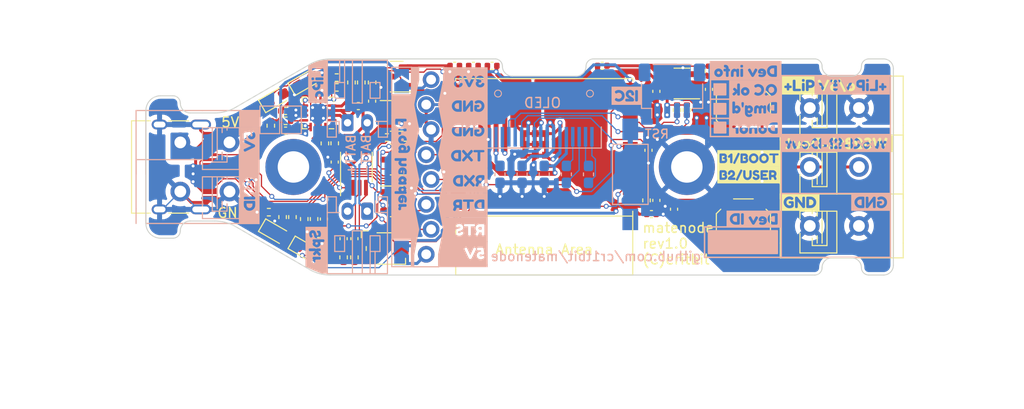
<source format=kicad_pcb>
(kicad_pcb (version 20211014) (generator pcbnew)
  (layers (0 "F.Cu" signal) (31 "B.Cu" signal) (34 "B.Paste" user) (35 "F.Paste" user) (36 "B.SilkS" user "B.Silkscreen") (37 "F.SilkS" user "F.Silkscreen") (38 "B.Mask" user) (39 "F.Mask" user) (44 "Edge.Cuts" user))
  (net 0 "")
  (net 1 "Net-(C10-Pad1)")
  (net 2 "GND")
  (net 3 "+4V")
  (net 4 "VBUS")
  (net 5 "+3.3V")
  (net 6 "/VBAT_MEAS")
  (net 7 "Net-(C10-Pad2)")
  (net 8 "Net-(C12-Pad1)")
  (net 9 "/ESP_EN")
  (net 10 "/BOOT_BUT1")
  (net 11 "Net-(C20-Pad1)")
  (net 12 "Net-(C20-Pad2)")
  (net 13 "Net-(C21-Pad2)")
  (net 14 "Net-(D1-Pad1)")
  (net 15 "Net-(D2-Pad1)")
  (net 16 "Net-(D3-Pad1)")
  (net 17 "Net-(D4-Pad1)")
  (net 20 "/I2C_SDA")
  (net 21 "/I2C_SCL")
  (net 22 "Net-(J5-Pad1)")
  (net 23 "/RTS")
  (net 24 "/DTR")
  (net 25 "/TARG_TX")
  (net 26 "/TARG_RX")
  (net 27 "Net-(J5-Pad8)")
  (net 28 "Net-(Q1-Pad1)")
  (net 29 "Net-(Q2-Pad1)")
  (net 30 "Net-(R3-Pad2)")
  (net 31 "Net-(R6-Pad1)")
  (net 32 "Net-(R7-Pad1)")
  (net 33 "Net-(R12-Pad2)")
  (net 34 "Net-(R13-Pad2)")
  (net 35 "Net-(R14-Pad2)")
  (net 36 "unconnected-(U2-Pad14)")
  (net 37 "/I2C_RST")
  (net 38 "/USBDM")
  (net 39 "/USBDP")
  (net 40 "/CC2")
  (net 41 "/CC1")
  (net 43 "/SPK_OUTP")
  (net 44 "/SPK_OUTN")
  (net 45 "/PERIPH_ENA")
  (net 46 "Net-(C13-Pad2)")
  (net 47 "/WS2812_OUT")
  (net 48 "Net-(Q3-Pad1)")
  (net 49 "Net-(Q4-Pad1)")
  (net 50 "/SPK_PWM")
  (net 51 "/IO_PERIPH_ENA")
  (net 52 "/BUT2")
  (net 54 "Net-(C11-Pad1)")
  (net 55 "Net-(C11-Pad2)")
  (net 56 "Net-(U2-Pad2)")
  (net 57 "/5V_IN")
  (net 58 "Net-(R20-Pad2)")
  (footprint "Package_TO_SOT_SMD:SOT-23" (layer "F.Cu") (at 81 80.25 180)
    (fp_text reference "Q2" hide)
    (fp_text value "MMBT2222A")
  )
  (footprint "Resistor_SMD:R_0402_1005Metric" (layer "F.Cu") (at 71.6 86.3 -90)
    (fp_text reference "R5" hide)
    (fp_text value "100k")
  )
  (footprint "LED_SMD:LED_0603_1608Metric_Pad1.05x0.95mm_HandSolder" (layer "F.Cu") (at 68.75 74 30)
    (fp_text reference "D1" hide)
    (fp_text value "LED_0603")
  )
  (footprint "Resistor_SMD:R_0402_1005Metric" (layer "F.Cu") (at 75.6 90.2 90)
    (fp_text reference "R21" hide)
    (fp_text value "470")
  )
  (footprint "Capacitor_SMD:C_0402_1005Metric" (layer "F.Cu") (at 73.6 86.3 -90)
    (fp_text reference "C9" hide)
    (fp_text value "10u")
  )
  (footprint "Capacitor_SMD:C_0402_1005Metric" (layer "F.Cu") (at 88.8 70.7)
    (fp_text reference "C13" hide)
    (fp_text value "10u")
  )
  (footprint "Critbit_lib:DG235-5.0" (layer "F.Cu") (at 125.5 87 90)
    (fp_text reference "J8" hide)
    (fp_text value "VIN")
  )
  (footprint "LED_SMD:LED_0603_1608Metric_Pad1.05x0.95mm_HandSolder" (layer "F.Cu") (at 68.75 87.75 -30)
    (fp_text reference "D4" hide)
    (fp_text value "LED_0603")
  )
  (footprint "Resistor_SMD:R_0402_1005Metric" (layer "F.Cu") (at 78.5 72.4 -90)
    (fp_text reference "R15" hide)
    (fp_text value "100k")
  )
  (footprint "Resistor_SMD:R_0402_1005Metric" (layer "F.Cu") (at 106.4 84.4 -90)
    (fp_text reference "R16" hide)
    (fp_text value "10k")
  )
  (footprint "Resistor_SMD:R_0402_1005Metric" (layer "F.Cu") (at 74.9 72.9)
    (fp_text reference "R7" hide)
    (fp_text value "10k")
  )
  (footprint "MountingHole:MountingHole_3.2mm_M3_ISO7380_Pad" (layer "F.Cu") (at 110.5 81)
    (fp_text reference "H2" hide)
    (fp_text value "SCR")
  )
  (footprint "Package_TO_SOT_SMD:SOT-23" (layer "F.Cu") (at 81 84.5)
    (fp_text reference "Q1" hide)
    (fp_text value "MMBT2222A")
  )
  (footprint "Capacitor_SMD:C_0402_1005Metric" (layer "F.Cu") (at 109.2 85.3 -90)
    (fp_text reference "C18" hide)
    (fp_text value "100n")
  )
  (footprint "MountingHole:MountingHole_3.2mm_M3_ISO7380_Pad" (layer "F.Cu") (at 70.5 81)
    (fp_text reference "H1" hide)
    (fp_text value "SCR")
  )
  (footprint "Capacitor_SMD:C_0402_1005Metric" (layer "F.Cu") (at 112.75 73.1 90)
    (fp_text reference "C6" hide)
    (fp_text value "10u")
  )
  (footprint "Capacitor_SMD:C_0402_1005Metric" (layer "F.Cu") (at 75.6 88.3 90)
    (fp_text reference "C21" hide)
    (fp_text value "10u")
  )
  (footprint "Espressif:ESP32-C3-WROOM-02" (layer "F.Cu") (at 96 80.75 180)
    (fp_text reference "U4" hide)
    (fp_text value "ESP32-C3-WROOM-02")
  )
  (footprint "Resistor_SMD:R_0402_1005Metric" (layer "F.Cu") (at 73.1 87.8 180)
    (fp_text reference "R9" hide)
    (fp_text value "10k")
  )
  (footprint "Package_TO_SOT_SMD:SOT-23" (layer "F.Cu") (at 81 71.8 180)
    (fp_text reference "Q4" hide)
    (fp_text value "MMBT2222A")
  )
  (footprint "Resistor_SMD:R_0402_1005Metric" (layer "F.Cu") (at 68 85.6 180)
    (fp_text reference "R2" hide)
    (fp_text value "5.1k")
  )
  (footprint "Capacitor_SMD:C_0402_1005Metric" (layer "F.Cu") (at 78.5 74.3 90)
    (fp_text reference "C16" hide)
    (fp_text value "10u")
  )
  (footprint "Resistor_SMD:R_0402_1005Metric" (layer "F.Cu") (at 69.7 76.3)
    (fp_text reference "R12" hide)
    (fp_text value "1.1k")
  )
  (footprint "Potentiometer_SMD:Potentiometer_Bourns_TC33X_Vertical" (layer "F.Cu") (at 80 89.3)
    (fp_text reference "RV1" hide)
    (fp_text value "10k")
  )
  (footprint "Button_Switch_SMD:SW_SPST_TL3342" (layer "F.Cu") (at 116.25 75 -90)
    (fp_text reference "SW4" hide)
    (fp_text value "BOOT/B1")
  )
  (footprint "Capacitor_SMD:C_0402_1005Metric" (layer "F.Cu") (at 101.9 70.7)
    (fp_text reference "C1" hide)
    (fp_text value "10u")
  )
  (footprint "kibuzzard-6394CBE8" (layer "F.Cu") (at 123.9 72.7)
    (fp_text reference "kibuzzard-6394CBE8" hide)
    (fp_text value "G***" hide)
  )
  (footprint "Resistor_SMD:R_0402_1005Metric" (layer "F.Cu") (at 77.4 72.4 90)
    (fp_text reference "R24" hide)
    (fp_text value "22k")
  )
  (footprint "Capacitor_SMD:C_0402_1005Metric" (layer "F.Cu") (at 86.9 70.7 180)
    (fp_text reference "C5" hide)
    (fp_text value "10u")
  )
  (footprint "Package_TO_SOT_SMD:SOT-23" (layer "F.Cu") (at 81 75.8)
    (fp_text reference "Q3" hide)
    (fp_text value "BSS84")
  )
  (footprint "Connector_USB:USB_C_Receptacle_HRO_TYPE-C-31-M-12" (layer "F.Cu") (at 57.94 81 -90)
    (fp_text reference "J1" hide)
    (fp_text value "USB_C_Receptacle")
  )
  (footprint "kibuzzard-6394CBFF" (layer "F.Cu") (at 125.6 78.6)
    (fp_text reference "kibuzzard-6394CBFF" hide)
    (fp_text value "G***" hide)
  )
  (footprint "kibuzzard-6394C6B5" (layer "F.Cu") (at 116.825 80.125)
    (fp_text reference "kibuzzard-6394C6B5" hide)
    (fp_text value "G***" hide)
  )
  (footprint "Capacitor_SMD:C_0402_1005Metric" (layer "F.Cu") (at 107.4 73.3 -90)
    (fp_text reference "C7" hide)
    (fp_text value "10u")
  )
  (footprint "Resistor_SMD:R_0402_1005Metric" (layer "F.Cu") (at 112.75 71.25 -90)
    (fp_text reference "R3" hide)
    (fp_text value "10k")
  )
  (footprint "Resistor_SMD:R_0402_1005Metric" (layer "F.Cu") (at 74.9 71.9)
    (fp_text reference "R6" hide)
    (fp_text value "10k")
  )
  (footprint "Critbit_lib:DG235-5.0" (layer "F.Cu") (at 125.5 75 90)
    (fp_text reference "J4" hide)
    (fp_text value "VIN")
  )
  (footprint "Resistor_SMD:R_0402_1005Metric" (layer "F.Cu") (at 110.5 75.2 90)
    (fp_text reference "R17" hide)
    (fp_text value "3k")
  )
  (footprint "Resistor_SMD:R_0402_1005Metric" (layer "F.Cu") (at 76.4 72.4 -90)
    (fp_text reference "R25" hide)
    (fp_text value "100k")
  )
  (footprint "Resistor_SMD:R_0402_1005Metric" (layer "F.Cu") (at 81.9 78)
    (fp_text reference "R23" hide)
    (fp_text value "10k")
  )
  (footprint "Package_TO_SOT_SMD:SOT-23-5" (layer "F.Cu") (at 110 72.5 180)
    (fp_text reference "U1" hide)
    (fp_text value "SPX3819M5-L-3-3")
  )
  (footprint "Button_Switch_SMD:SW_SPST_TL3342" (layer "F.Cu") (at 116.25 87 -90)
    (fp_text reference "SW3" hide)
    (fp_text value "B2")
  )
  (footprint "Capacitor_SMD:C_0402_1005Metric" (layer "F.Cu") (at 69.7 75.3 180)
    (fp_text reference "C22" hide)
    (fp_text value "10u")
  )
  (footprint "Resistor_SMD:R_0402_1005Metric" (layer "F.Cu") (at 109.5 75.2 90)
    (fp_text reference "R18" hide)
    (fp_text value "3k")
  )
  (footprint "Package_SO:MSOP-8_3x3mm_P0.65mm" (layer "F.Cu") (at 76.9 81 90)
    (fp_text reference "U5" hide)
    (fp_text value "PAM8302AAD")
  )
  (footprint "Capacitor_SMD:C_0402_1005Metric" (layer "F.Cu") (at 106.9 85.8)
    (fp_text reference "C23" hide)
    (fp_text value "10u")
  )
  (footprint "Resistor_SMD:R_0402_1005Metric" (layer "F.Cu") (at 80 78 180)
    (fp_text reference "R22" hide)
    (fp_text value "10k")
  )
  (footprint "Capacitor_SMD:C_0402_1005Metric" (layer "F.Cu") (at 76.7 88.3 90)
    (fp_text reference "C20" hide)
    (fp_text value "10u")
  )
  (footprint "Resistor_SMD:R_0402_1005Metric" (layer "F.Cu") (at 73.7 78.6 90)
    (fp_text reference "R13" hide)
    (fp_text value "1.1k")
  )
  (footprint "Resistor_SMD:R_0402_1005Metric" (layer "F.Cu") (at 76.7 90.2 -90)
    (fp_text reference "R20" hide)
    (fp_text value "470")
  )
  (footprint "LED_SMD:LED_0603_1608Metric_Pad1.05x0.95mm_HandSolder" (layer "F.Cu") (at 71.75 89.5 -30)
    (fp_text reference "D3" hide)
    (fp_text value "LED_0603")
  )
  (footprint "Capacitor_SMD:C_0402_1005Metric" (layer "F.Cu") (at 74.7 80.5 90)
    (fp_text reference "C17" hide)
    (fp_text value "100n")
  )
  (footprint "kibuzzard-6394C6E9" (layer "F.Cu") (at 116.725 81.825)
    (fp_text reference "kibuzzard-6394C6E9" hide)
    (fp_text value "G***" hide)
  )
  (footprint "Resistor_SMD:R_0402_1005Metric" (layer "F.Cu") (at 69.4 86.1 -90)
    (fp_text reference "R10" hide)
    (fp_text value "10k")
  )
  (footprint "Resistor_SMD:R_0402_1005Metric" (layer "F.Cu") (at 74.7 78.59 90)
    (fp_text reference "R14" hide)
    (fp_text value "10k")
  )
  (footprint "Resistor_SMD:R_0402_1005Metric" (layer "F.Cu") (at 72.6 86.3 90)
    (fp_text reference "R8" hide)
    (fp_text value "100k")
  )
  (footprint "Capacitor_SMD:C_0402_1005Metric" (layer "F.Cu") (at 107.4 84.4 -90)
    (fp_text reference "C14" hide)
    (fp_text value "100n")
  )
  (footprint "Capacitor_SMD:C_0402_1005Metric" (layer "F.Cu") (at 69.7 77.3 180)
    (fp_text reference "C3" hide)
    (fp_text value "10u")
  )
  (footprint "Critbit_lib:DG235-5.0" (layer "F.Cu") (at 125.5 81 90)
    (fp_text reference "J7" hide)
    (fp_text value "VIN")
  )
  (footprint "LED_SMD:LED_0603_1608Metric_Pad1.05x0.95mm_HandSolder" (layer "F.Cu") (at 71.75 72.25 30)
    (fp_text reference "D2" hide)
    (fp_text value "LED_0603")
  )
  (footprint "Capacitor_SMD:C_0402_1005Metric" (layer "F.Cu") (at 77.1 74.8)
    (fp_text reference "C19" hide)
    (fp_text value "10u")
  )
  (footprint "Resistor_SMD:R_0402_1005Metric" (layer "F.Cu") (at 70.4 86.1 90)
    (fp_text reference "R26" hide)
    (fp_text value "100k")
  )
  (footprint "Package_DFN_QFN:VQFN-16-1EP_3x3mm_P0.5mm_EP1.6x1.6mm_ThermalVias" (layer "F.Cu") (at 73 75.5 180)
    (fp_text reference "U2" hide)
    (fp_text value "BQ24073RGT")
  )
  (footprint "Resistor_SMD:R_0402_1005Metric" (layer "F.Cu") (at 68.2 76.8 90)
    (fp_text reference "R1" hide)
    (fp_text value "5.1k")
  )
  (footprint "kibuzzard-6394CC15" (layer "F.Cu") (at 122 84.6)
    (fp_text reference "kibuzzard-6394CC15" hide)
    (fp_text value "G***" hide)
  )
  (footprint "Capacitor_SMD:C_0402_1005Metric" (layer "F.Cu") (at 90.7 70.7)
    (fp_text reference "C12" hide)
    (fp_text value "10u")
  )
  (footprint "Capacitor_SMD:C_0402_1005Metric" (layer "F.Cu") (at 106.6 79.3 -90)
    (fp_text reference "C15" hide)
    (fp_text value "100n")
  )
  (footprint "Capacitor_SMD:C_0603_1608Metric_Pad1.08x0.95mm_HandSolder" (layer "B.Cu") (at 96 81.75 90)
    (fp_text reference "C4" hide)
    (fp_text value "100n_0603")
  )
  (footprint "Button_Switch_SMD:SW_SPST_FSMSM" (layer "B.Cu") (at 104.75 81.75 -90)
    (fp_text reference "SW2" hide)
    (fp_text value "RST")
  )
  (footprint "kibuzzard-6394BE40" (layer "B.Cu") (at 88 89.8 180)
    (fp_text reference "kibuzzard-6394BE40" hide)
    (fp_text value "G***" hide)
  )
  (footprint "kibuzzard-6394BF19" (layer "B.Cu") (at 88 72.3 180)
    (fp_text reference "kibuzzard-6394BF19" hide)
    (fp_text value "G***" hide)
  )
  (footprint "Connector_JST:JST_PH_S2B-PH-K_1x02_P2.00mm_Horizontal" (layer "B.Cu") (at 76 76.5)
    (fp_text reference "J10" hide)
    (fp_text value "BAT_CONN")
  )
  (footprint "kibuzzard-6394C273" (layer "B.Cu") (at 104.35 73.75 180)
    (fp_text reference "kibuzzard-6394C273" hide)
    (fp_text value "G***" hide)
  )
  (footprint "kibuzzard-6394C173" (layer "B.Cu") (at 81.575 80.75 -90)
    (fp_text reference "kibuzzard-6394C173" hide)
    (fp_text value "G***" hide)
  )
  (footprint "kibuzzard-6394BD6B" (layer "B.Cu") (at 88 77.3 180)
    (fp_text reference "kibuzzard-6394BD6B" hide)
    (fp_text value "G***" hide)
  )
  (footprint "kibuzzard-6394BD6B" (layer "B.Cu") (at 88 74.8 180)
    (fp_text reference "kibuzzard-6394BD6B" hide)
    (fp_text value "G***" hide)
  )
  (footprint "Critbit_lib:OLED-042-JLC" (layer "B.Cu") (at 96 77.925 180)
    (fp_text reference "U3" hide)
    (fp_text value "JLC_OLED")
  )
  (footprint "Connector_JST:JST_SH_SM04B-SRSS-TB_1x04-1MP_P1.00mm_Horizontal" (layer "B.Cu") (at 109 73.25)
    (fp_text reference "J3" hide)
    (fp_text value "QWIIC")
  )
  (footprint "kibuzzard-6394BE58" (layer "B.Cu") (at 88 84.9 180)
    (fp_text reference "kibuzzard-6394BE58" hide)
    (fp_text value "G***" hide)
  )
  (footprint "kibuzzard-6394C0D2" (layer "B.Cu") (at 72.95 72.55 -90)
    (fp_text reference "kibuzzard-6394C0D2" hide)
    (fp_text value "G***" hide)
  )
  (footprint "kibuzzard-6394C46A" (layer "B.Cu") (at 117.4 75.125 180)
    (fp_text reference "kibuzzard-6394C46A" hide)
    (fp_text value "G***" hide)
  )
  (footprint "kibuzzard-6394C47E" (layer "B.Cu") (at 117.425 77.05 180)
    (fp_text reference "kibuzzard-6394C47E" hide)
    (fp_text value "G***" hide)
  )
  (footprint "Capacitor_SMD:C_0603_1608Metric_Pad1.08x0.95mm_HandSolder" (layer "B.Cu") (at 100.5 81.75 90)
    (fp_text reference "C10" hide)
    (fp_text value "100n_0603")
  )
  (footprint "kibuzzard-6394C108" (layer "B.Cu") (at 72.85 89.1 -90)
    (fp_text reference "kibuzzard-6394C108" hide)
    (fp_text value "G***" hide)
  )
  (footprint "Jumper:SolderJumper-2_P1.3mm_Open_TrianglePad1.0x1.5mm" (layer "B.Cu") (at 81.5 72.25 90)
    (fp_text reference "JP4" hide)
    (fp_text value "PWR_FROM_USBC")
  )
  (footprint "kibuzzard-6394CC15" (layer "B.Cu") (at 129.2 84.6 180)
    (fp_text reference "kibuzzard-6394CC15" hide)
    (fp_text value "G***" hide)
  )
  (footprint "kibuzzard-6394CBE8" (layer "B.Cu") (at 127.3 72.7 180)
    (fp_text reference "kibuzzard-6394CBE8" hide)
    (fp_text value "G***" hide)
  )
  (footprint "Capacitor_SMD:C_0603_1608Metric_Pad1.08x0.95mm_HandSolder" (layer "B.Cu") (at 91.5 81.75 90)
    (fp_text reference "C8" hide)
    (fp_text value "100n_0603")
  )
  (footprint "kibuzzard-6394BF0B" (layer "B.Cu") (at 88 82.4 180)
    (fp_text reference "kibuzzard-6394BF0B" hide)
    (fp_text value "G***" hide)
  )
  (footprint "kibuzzard-6394C445" (layer "B.Cu") (at 117.4 73.125 180)
    (fp_text reference "kibuzzard-6394C445" hide)
    (fp_text value "G***" hide)
  )
  (footprint "kibuzzard-6394BED6" (layer "B.Cu") (at 88 87.4 180)
    (fp_text reference "kibuzzard-6394BED6" hide)
    (fp_text value "G***" hide)
  )
  (footprint "kibuzzard-6394C560" (layer "B.Cu") (at 116.475 71.225 180)
    (fp_text reference "kibuzzard-6394C560" hide)
    (fp_text value "G***" hide)
  )
  (footprint "Capacitor_SMD:C_0603_1608Metric_Pad1.08x0.95mm_HandSolder" (layer "B.Cu") (at 93.75 81.75 90)
    (fp_text reference "C2" hide)
    (fp_text value "100n_0603")
  )
  (footprint "kibuzzard-6394BEEF" (layer "B.Cu") (at 88 79.85 180)
    (fp_text reference "kibuzzard-6394BEEF" hide)
    (fp_text value "G***" hide)
  )
  (footprint "Connector_JST:JST_PH_S2B-PH-K_1x02_P2.00mm_Horizontal" (layer "B.Cu") (at 78 85.5 180)
    (fp_text reference "J9" hide)
    (fp_text value "SPK_OUT")
  )
  (footprint "Critbit_lib:Lichtenprog" (layer "B.Cu") (at 84.25 81)
    (fp_text reference "J5" hide)
    (fp_text value "Lichtenprog_conn")
  )
  (footprint "kibuzzard-6394CBFF" (layer "B.Cu") (at 125.7 78.6 180)
    (fp_text reference "kibuzzard-6394CBFF" hide)
    (fp_text value "G***" hide)
  )
  (footprint "kibuzzard-6394D7BF" (layer "B.Cu") (at 117.3 86.3 180)
    (fp_text reference "kibuzzard-6394D7BF" hide)
    (fp_text value "G***" hide)
  )
  (footprint "Critbit_lib:DG235-5.0" (layer "B.Cu") (at 61.5 78.5 90)
    (fp_text reference "J2" hide)
    (fp_text value "VIN")
  )
  (footprint "Capacitor_SMD:C_0603_1608Metric_Pad1.08x0.95mm_HandSolder" (layer "B.Cu") (at 98.25 81.75 -90)
    (fp_text reference "C11" hide)
    (fp_text value "100n_0603")
  )
  (footprint "Critbit_lib:DG235-5.0" (layer "B.Cu") (at 61.5 83.5 90)
    (fp_text reference "J6" hide)
    (fp_text value "VIN")
  )
  (footprint "Jumper:SolderJumper-2_P1.3mm_Open_TrianglePad1.0x1.5mm" (layer "B.Cu") (at 70.3 76.2 -90)
    (fp_text reference "JP1" hide)
    (fp_text value "BYPASS_CHR")
  )
  (footprint "kibuzzard-6394C938" (layer "B.Cu") (at 66 83.8 -90)
    (fp_text reference "kibuzzard-6394C938" hide)
    (fp_text value "G***" hide)
  )
  (footprint "kibuzzard-6394C922" (layer "B.Cu") (at 66 78.425 -90)
    (fp_text reference "kibuzzard-6394C922" hide)
    (fp_text value "G***" hide)
  )
  (footprint "Jumper:SolderJumper-2_P1.3mm_Open_TrianglePad1.0x1.5mm" (layer "B.Cu") (at 81.5 89.75 90)
    (fp_text reference "JP3" hide)
    (fp_text value "3V3_FROM_USBC")
  )
  (footprint "Jumper:SolderJumper-2_P1.3mm_Open_TrianglePad1.0x1.5mm" (layer "B.Cu") (at 68.1 76.2 90)
    (fp_text reference "JP2" hide)
    (fp_text value "CONN_5V_ENA")
  )
  (gr_line (start 131.2 90.2) (end 120.1 90.2) (layer "B.SilkS") (width 0.15))
  (gr_line (start 112.3 87.1) (end 120 87.1) (layer "B.SilkS") (width 0.15))
  (gr_line (start 131.2 77.7) (end 131.2 71.7) (layer "B.SilkS") (width 0.15))
  (gr_line (start 112.9 76.05) (end 114.775 76.05) (layer "B.SilkS") (width 0.15))
  (gr_rect (start 113.275 74.55) (end 114.45 75.6125) (layer "B.SilkS") (width 0.15) (fill solid))
  (gr_line (start 112.9 70.275) (end 120.05 70.275) (layer "B.SilkS") (width 0.15))
  (gr_line (start 112.9 74.1) (end 114.775 74.1) (layer "B.SilkS") (width 0.15))
  (gr_rect (start 113.3 76.45) (end 114.45 77.525) (layer "B.SilkS") (width 0.15) (fill solid))
  (gr_line (start 120.1 71.7) (end 120.1 77.7) (layer "B.SilkS") (width 0.15))
  (gr_poly (pts (xy 73.925 70.175) (xy 73.925 70.675) (xy 72.075 70.65) (xy 72.625 70.375) (xy 73.425 70.175)) (layer "B.SilkS") (width 0.15) (fill solid))
  (gr_line (start 61.25 75.25) (end 65 75.25) (layer "B.SilkS") (width 0.12))
  (gr_line (start 85.85 81.1) (end 90.15 81.15) (layer "B.SilkS") (width 0.15))
  (gr_line (start 120.05 77.9) (end 120.05 70.275) (layer "B.SilkS") (width 0.15))
  (gr_rect (start 112.7 87.5) (end 119.7 89.8) (layer "B.SilkS") (width 0.15) (fill solid))
  (gr_rect (start 65.05 75.2875) (end 67 76.8875) (layer "B.SilkS") (width 0.15) (fill solid))
  (gr_line (start 82.6 88.35) (end 82.6 91.15) (layer "B.SilkS") (width 0.15))
  (gr_line (start 86 78.55) (end 90.1 78.6) (layer "B.SilkS") (width 0.15))
  (gr_rect (start 113.275 72.55) (end 114.45 73.65) (layer "B.SilkS") (width 0.15) (fill solid))
  (gr_line (start 120 90.2) (end 112.3 90.2) (layer "B.SilkS") (width 0.15))
  (gr_line (start 120.05 77.9) (end 112.9 77.9) (layer "B.SilkS") (width 0.15))
  (gr_rect (start 65.025 79.925) (end 66.975 82.05) (layer "B.SilkS") (width 0.15) (fill solid))
  (gr_rect (start 65.025 85.925) (end 66.975 86.725) (layer "B.SilkS") (width 0.15) (fill solid))
  (gr_line (start 112.3 90.2) (end 112.3 87.1) (layer "B.SilkS") (width 0.15))
  (gr_line (start 131.2 77.7) (end 120.05 77.7) (layer "B.SilkS") (width 0.15))
  (gr_poly (pts (xy 83.234 72.11) (xy 82.726 74.65) (xy 83.234 77.19) (xy 82.726 79.73) (xy 83.234 82.27) (xy 82.726 84.81) (xy 83.234 87.35) (xy 82.8 89.9) (xy 82.6 89.9) (xy 82.6 88.35) (xy 80.45 88.4) (xy 80.45 85.7) (xy 82.6 85.7) (xy 82.6 75.8) (xy 80.45 75.8) (xy 80.45 73.65) (xy 82.5 73.65) (xy 82.5 70.8) (xy 83.234 70.8)) (layer "B.SilkS") (width 0) (fill solid))
  (gr_line (start 112.9 77.9) (end 112.9 70.275) (layer "B.SilkS") (width 0.15))
  (gr_poly (pts (xy 90.25 71.3) (xy 86 71.3) (xy 86 90.9) (xy 90.25 90.9) (xy 90.25 91.2) (xy 85.266 91.2) (xy 85.266 89.8) (xy 85.774 87.35) (xy 85.266 84.81) (xy 85.774 82.27) (xy 85.266 79.73) (xy 85.774 77.19) (xy 85.266 74.65) (xy 85.8 72.3) (xy 85.774 70.84) (xy 90.25 70.85)) (layer "B.SilkS") (width 0) (fill solid))
  (gr_line (start 131.2 83.7) (end 131.2 90.2) (layer "B.SilkS") (width 0.15))
  (gr_line (start 131.2 71.7) (end 120.1 71.7) (layer "B.SilkS") (width 0.15))
  (gr_poly (pts (xy 73.925 91.775) (xy 73.875 91.15) (xy 71.8 91.1) (xy 72.575 91.45) (xy 73.4 91.775)) (layer "B.SilkS") (width 0.15) (fill solid))
  (gr_line (start 120.1 83.7) (end 131.2 83.7) (layer "B.SilkS") (width 0.15))
  (gr_line (start 120.1 90.2) (end 120.1 83.7) (layer "B.SilkS") (width 0.15))
  (gr_line (start 131.2 83.7) (end 131.2 77.7) (layer "B.SilkS") (width 0.15))
  (gr_line (start 55.5 86.75) (end 67 86.75) (layer "B.SilkS") (width 0.12))
  (gr_line (start 120.1 77.7) (end 120.1 83.7) (layer "B.SilkS") (width 0.15))
  (gr_line (start 122 71.75) (end 125.75 71.75) (layer "F.SilkS") (width 0.12))
  (gr_line (start 120 90.25) (end 132.5 90.25) (layer "F.SilkS") (width 0.12))
  (gr_line (start 119.9 82.625) (end 119.9 81.025) (layer "F.SilkS") (width 0.15))
  (gr_rect (start 131 77.8) (end 131.4 79.4) (layer "F.SilkS") (width 0.15) (fill solid))
  (gr_line (start 119.9 81.025) (end 113.675 80.975) (layer "F.SilkS") (width 0.15))
  (gr_line (start 91 70) (end 74.25 70) (layer "Edge.Cuts") (width 0.1))
  (gr_arc (start 124.25 91.25) (mid 124.542893 90.542893) (end 125.25 90.25) (layer "Edge.Cuts") (width 0.1))
  (gr_line (start 58.25 88.249997) (end 57 88.25) (layer "Edge.Cuts") (width 0.1))
  (gr_arc (start 60 75.500003) (mid 59.292893 75.20711) (end 59 74.500003) (layer "Edge.Cuts") (width 0.1))
  (gr_arc (start 74.25 92) (mid 73.219224 91.873106) (end 72.25 91.5) (layer "Edge.Cuts") (width 0.1))
  (gr_arc (start 131.5 91) (mid 131.207107 91.707107) (end 130.5 92) (layer "Edge.Cuts") (width 0.1))
  (gr_arc (start 124.25 91.25) (mid 124.03033 91.78033) (end 123.5 92) (layer "Edge.Cuts") (width 0.1))
  (gr_line (start 64.500001 75.000005) (end 72.25 70.5) (layer "Edge.Cuts") (width 0.1))
  (gr_line (start 127.25 71.75) (end 125.25 71.75) (layer "Edge.Cuts") (width 0.1))
  (gr_arc (start 129 92) (mid 128.46967 91.78033) (end 128.25 91.25) (layer "Edge.Cuts") (width 0.1))
  (gr_line (start 72.25 91.5) (end 64.500001 86.999995) (layer "Edge.Cuts") (width 0.1))
  (gr_arc (start 125.25 71.75) (mid 124.542893 71.457107) (end 124.25 70.75) (layer "Edge.Cuts") (width 0.1))
  (gr_line (start 92.75 71.75) (end 99.25 71.75) (layer "Edge.Cuts") (width 0.1))
  (gr_arc (start 72.25 70.5) (mid 73.219224 70.126895) (end 74.25 70) (layer "Edge.Cuts") (width 0.1))
  (gr_arc (start 58.25 73.750003) (mid 58.78033 73.969673) (end 59 74.500003) (layer "Edge.Cuts") (width 0.1))
  (gr_arc (start 128.25 70.75) (mid 128.46967 70.21967) (end 129 70) (layer "Edge.Cuts") (width 0.1))
  (gr_line (start 57 73.75) (end 58.25 73.750003) (layer "Edge.Cuts") (width 0.1))
  (gr_arc (start 128.25 70.75) (mid 127.957107 71.457107) (end 127.25 71.75) (layer "Edge.Cuts") (width 0.1))
  (gr_line (start 55.5 75.25) (end 55.5 81) (layer "Edge.Cuts") (width 0.1))
  (gr_arc (start 130.5 70) (mid 131.207107 70.292893) (end 131.5 71) (layer "Edge.Cuts") (width 0.1))
  (gr_arc (start 91 70) (mid 91.53033 70.21967) (end 91.75 70.75) (layer "Edge.Cuts") (width 0.1))
  (gr_line (start 130.5 70) (end 129 70) (layer "Edge.Cuts") (width 0.1))
  (gr_line (start 74.250001 92.000005) (end 123.5 92) (layer "Edge.Cuts") (width 0.1))
  (gr_line (start 55.5 81) (end 55.5 86.75) (layer "Edge.Cuts") (width 0.1))
  (gr_arc (start 92.75 71.75) (mid 92.042893 71.457107) (end 91.75 70.75) (layer "Edge.Cuts") (width 0.1))
  (gr_arc (start 62.500001 86.499995) (mid 63.530777 86.626889) (end 64.500001 86.999995) (layer "Edge.Cuts") (width 0.1))
  (gr_line (start 101 70) (end 123.5 70) (layer "Edge.Cuts") (width 0.1))
  (gr_arc (start 59 87.499997) (mid 59.292893 86.79289) (end 60 86.499997) (layer "Edge.Cuts") (width 0.1))
  (gr_arc (start 123.5 70) (mid 124.03033 70.21967) (end 124.25 70.75) (layer "Edge.Cuts") (width 0.1))
  (gr_arc (start 100.25 70.75) (mid 100.46967 70.21967) (end 101 70) (layer "Edge.Cuts") (width 0.1))
  (gr_line (start 60 75.500003) (end 62.500001 75.500005) (layer "Edge.Cuts") (width 0.1))
  (gr_arc (start 100.25 70.75) (mid 99.957107 71.457107) (end 99.25 71.75) (layer "Edge.Cuts") (width 0.1))
  (gr_line (start 62.500001 86.499995) (end 60 86.499997) (layer "Edge.Cuts") (width 0.1))
  (gr_arc (start 127.25 90.25) (mid 127.957107 90.542893) (end 128.25 91.25) (layer "Edge.Cuts") (width 0.1))
  (gr_arc (start 55.5 75.25) (mid 55.93934 74.18934) (end 57 73.75) (layer "Edge.Cuts") (width 0.1))
  (gr_arc (start 64.500001 75.000005) (mid 63.530777 75.37311) (end 62.500001 75.500005) (layer "Edge.Cuts") (width 0.1))
  (gr_arc (start 57 88.25) (mid 55.93934 87.81066) (end 55.5 86.75) (layer "Edge.Cuts") (width 0.1))
  (gr_line (start 129 92) (end 130.5 92) (layer "Edge.Cuts") (width 0.1))
  (gr_arc (start 59 87.499997) (mid 58.78033 88.030327) (end 58.25 88.249997) (layer "Edge.Cuts") (width 0.1))
  (gr_line (start 131.5 91) (end 131.5 71) (layer "Edge.Cuts") (width 0.1))
  (gr_line (start 125.25 90.25) (end 127.25 90.25) (layer "Edge.Cuts") (width 0.1))
  (gr_text "github.com/cr1tbit/matenode" (at 101.25 90.1) (layer "B.SilkS") (effects (font (size 0.95 0.95)) (justify mirror)))
  (gr_text "RST" (at 108.775 77.65) (layer "B.SilkS") (effects (font (size 0.9 0.9)) (justify left mirror)))
  (gr_text "OLED" (at 95.825 74.475) (layer "B.SilkS") (effects (font (size 1 1)) (justify mirror)))
  (gr_text "BATT-" (at 77.9 81.95 90) (layer "B.SilkS") (effects (font (size 0.9 0.9)) (justify right mirror)))
  (gr_text "BATT+" (at 76.35 81.95 90) (layer "B.SilkS") (effects (font (size 0.9 0.9)) (justify right mirror)))
  (gr_text "matenode \nrev1.0\n(C)critbit" (at 105.9 88.8) (layer "F.SilkS") (effects (font (size 1 1)) (justify left)))
  (gr_text "GND" (at 64.3 85.675) (layer "F.SilkS") (effects (font (size 1 1))))
  (gr_text "5V" (at 64.075 76.45) (layer "F.SilkS") (effects (font (size 1 1))))
  (segment (start 101.2 81.9125) (end 100.5 82.6125) (width 0.128) (layer "B.Cu") (net 1))
  (segment (start 101.2 80.2) (end 101.2 81.9125) (width 0.128) (layer "B.Cu") (net 1))
  (segment (start 100.85 77.925) (end 100.85 79.85) (width 0.128) (layer "B.Cu") (net 1))
  (segment (start 100.85 79.85) (end 101.2 80.2) (width 0.128) (layer "B.Cu") (net 1))
  (segment (start 93.94 77.6) (end 93.94 78.7) (width 0.3) (layer "F.Cu") (net 2))
  (segment (start 95.09 79.8) (end 93.94 79.8) (width 0.3) (layer "F.Cu") (net 2))
  (segment (start 61.985 84.25) (end 61.619999 84.615001) (width 0.3) (layer "F.Cu") (net 2))
  (segment (start 113.6 74.6) (end 111.85 76.35) (width 0.3) (layer "F.Cu") (net 2))
  (segment (start 73.75 74.75) (end 73.55 74.95) (width 0.128) (layer "F.Cu") (net 2))
  (segment (start 76.4 74) (end 76.3 74.1) (width 0.128) (layer "F.Cu") (net 2))
  (segment (start 110.85607 74.142) (end 111.5 74.78593) (width 0.3) (layer "F.Cu") (net 2))
  (segment (start 84 76.69) (end 84.5 77.19) (width 0.3) (layer "F.Cu") (net 2))
  (segment (start 96.14 78.7) (end 95.09 78.7) (width 0.3) (layer "F.Cu") (net 2))
  (segment (start 96.14 77.6) (end 95.09 77.6) (width 0.3) (layer "F.Cu") (net 2))
  (segment (start 73.61 87.8) (end 73.61 88.59) (width 0.128) (layer "F.Cu") (net 2))
  (segment (start 74.02 80.02) (end 74 80) (width 0.3) (layer "F.Cu") (net 2))
  (segment (start 111.5 74.78593) (end 111.5 76) (width 0.3) (layer "F.Cu") (net 2))
  (segment (start 90.3 78.2) (end 90.3 73.65) (width 0.5) (layer "F.Cu") (net 2))
  (segment (start 75.6 90.71) (end 75.41 90.71) (width 0.128) (layer "F.Cu") (net 2))
  (segment (start 72.25 74.75) (end 72.45 74.95) (width 0.128) (layer "F.Cu") (net 2))
  (segment (start 77.62 74.38) (end 78.18 73.82) (width 0.3) (layer "F.Cu") (net 2))
  (segment (start 76.597 77.797) (end 75.668427 77.797) (width 0.3) (layer "F.Cu") (net 2))
  (segment (start 112.73 72.5) (end 112.75 72.52) (width 0.3) (layer "F.Cu") (net 2))
  (segment (start 112.75 72.62) (end 113.02 72.62) (width 0.3) (layer "F.Cu") (net 2))
  (segment (start 74.78 90.08) (end 74.78 88.78) (width 0.128) (layer "F.Cu") (net 2))
  (segment (start 76.575 77.925) (end 76.65 77.85) (width 0.3) (layer "F.Cu") (net 2))
  (segment (start 69.4 85.59) (end 70.4 85.59) (width 0.128) (layer "F.Cu") (net 2))
  (segment (start 107 74.2) (end 107.5 74.7) (width 0.3) (layer "F.Cu") (net 2))
  (segment (start 89.15 72.15) (end 89.15 72.3) (width 0.3) (layer "F.Cu") (net 2))
  (segment (start 73.58 88.98) (end 73.4 88.8) (width 0.128) (layer "F.Cu") (net 2))
  (segment (start 110.819717 72.5) (end 110 73.319717) (width 0.3) (layer "F.Cu") (net 2))
  (segment (start 77.58 74.8) (end 77.58 74.38) (width 0.3) (layer "F.Cu") (net 2))
  (segment (start 88.3 70.72) (end 88.32 70.7) (width 0.3) (layer "F.Cu") (net 2))
  (segment (start 73.71 79.1) (end 73.7 79.11) (width 0.3) (layer "F.Cu") (net 2))
  (segment (start 70.008 74.5) (end 70.527818 74.5) (width 0.3) (layer "F.Cu") (net 2))
  (segment (start 94.4 76.5) (end 94.4 77.5) (width 0.3) (layer "F.Cu") (net 2))
  (segment (start 76.4 72.91) (end 76.4 74) (width 0.128) (layer "F.Cu") (net 2))
  (segment (start 86.42 70.7) (end 82.0875 70.7) (width 0.3) (layer "F.Cu") (net 2))
  (segment (start 118.15 83.85) (end 118.15 82.45) (width 0.3) (layer "F.Cu") (net 2))
  (segment (start 96.14 77.6) (end 97 77.6) (width 0.3) (layer "F.Cu") (net 2))
  (segment (start 69.4 85.592448) (end 69.4 85.59) (width 0.128) (layer "F.Cu") (net 2))
  (segment (start 69.22 77.3) (end 69.22 76.33) (width 0.3) (layer "F.Cu") (net 2))
  (segment (start 68.612 86.488) (end 68.6 86.5) (width 0.128) (layer "F.Cu") (net 2))
  (segment (start 109.2 85.78) (end 108.12 85.78) (width 0.128) (layer "F.Cu") (net 2))
  (segment (start 104.75 72.15) (end 104.7 72.1) (width 0.3) (layer "F.Cu") (net 2))
  (segment (start 118.15 90.15) (end 118.15 83.85) (width 0.3) (layer "F.Cu") (net 2))
  (segment (start 73.25 74.0625) (end 73.25 74.65) (width 0.128) (layer "F.Cu") (net 2))
  (segment (start 95.09 79.8) (end 96.14 79.8) (width 0.3) (layer "F.Cu") (net 2))
  (segment (start 73 78.41) (end 73.7 79.11) (width 0.128) (layer "F.Cu") (net 2))
  (segment (start 97.7 76.6) (end 97.6 76.5) (width 0.3) (layer "F.Cu") (net 2))
  (segment (start 93.05 76.71) (end 93.94 77.6) (width 0.3) (layer "F.Cu") (net 2))
  (segment (start 105.7 72.9) (end 106.75 73.95) (width 0.3) (layer "F.Cu") (net 2))
  (segment (start 113.02 72.62) (end 113.6 73.2) (width 0.3) (layer "F.Cu") (net 2))
  (segment (start 111.5 76) (end 111.85 76.35) (width 0.3) (layer "F.Cu") (net 2))
  (segment (start 73.25 74.65) (end 73.55 74.95) (width 0.128) (layer "F.Cu") (net 2))
  (segment (start 74.4875 74.8) (end 74.4375 74.75) (width 0.3) (layer "F.Cu") (net 2))
  (segment (start 82.0875 70.7) (end 81.9375 70.85) (width 0.3) (layer "F.Cu") (net 2))
  (segment (start 108.12 85.78) (end 108.1 85.8) (width 0.128) (layer "F.Cu") (net 2))
  (segment (start 75.3 78.6) (end 74.8 79.1) (width 0.3) (layer "F.Cu") (net 2))
  (segment (start 93.05 73.5) (end 93.05 76.71) (width 0.3) (layer "F.Cu") (net 2))
  (segment (start 88.3 71.3) (end 88.3 71.345999) (width 0.3) (layer "F.Cu") (net 2))
  (segment (start 118.15 71.35) (end 118.149999 79.5) (width 0.3) (layer "F.Cu") (net 2))
  (segment (start 68.102 86.112) (end 68.612 86.112) (width 0.128) (layer "F.Cu") (net 2))
  (segment (start 73.7 79.7) (end 74 80) (width 0.3) (layer "F.Cu") (net 2))
  (segment (start 96.14 78.7) (end 96.14 77.6) (width 0.3) (layer "F.Cu") (net 2))
  (segment (start 75.41 90.71) (end 74.78 90.08) (width 0.128) (layer "F.Cu") (net 2))
  (segment (start 107.38 85.8) (end 108.1 85.8) (width 0.128) (layer "F.Cu") (net 2))
  (segment (start 70.95 74.077818) (end 71.377818 73.65) (width 0.3) (layer "F.Cu") (net 2))
  (segment (start 110 74) (end 110.142 74.142) (width 0.3) (layer "F.Cu") (net 2))
  (segment (start 97.7 76.9) (end 97.7 76.6) (width 0.3) (layer "F.Cu") (net 2))
  (segment (start 75.668427 77.797) (end 75.3 78.165427) (width 0.3) (layer "F.Cu") (net 2))
  (segment (start 110 73.319717) (end 110 74) (width 0.3) (layer "F.Cu") (net 2))
  (segment (start 77.58 74.38) (end 77.3 74.1) (width 0.3) (layer "F.Cu") (net 2))
  (segment (start 70.527818 74.5) (end 70.95 74.077818) (width 0.3) (layer "F.Cu") (net 2))
  (segment (start 95.09 80.11) (end 94.9 80.3) (width 0.3) (layer "F.Cu") (net 2))
  (segment (start 73.57 86.81) (end 73.6 86.78) (width 0.128) (layer "F.Cu") (net 2))
  (segment (start 91.18 71.63) (end 93.05 73.5) (width 0.3) (layer "F.Cu") (net 2))
  (segment (start 73 78) (end 73 78.41) (width 0.128) (layer "F.Cu") (net 2))
  (segment (start 74.7 79.1) (end 73.71 79.1) (width 0.3) (layer "F.Cu") (net 2))
  (segment (start 74.7 79.1) (end 74.7 80.02) (width 0.3) (layer "F.Cu") (net 2))
  (segment (start 86.42 71.28) (end 86.4 71.3) (width 0.3) (layer "F.Cu") (net 2))
  (segment (start 61.619999 84.615001) (end 60.115001 84.615001) (width 0.3) (layer "F.Cu") (net 2))
  (segment (start 73.7 79.11) (end 73.7 79.7) (width 0.3) (layer "F.Cu") (net 2))
  (segment (start 93.94 78.7) (end 93.94 79.8) (width 0.3) (layer "F.Cu") (net 2))
  (segment (start 61.07 76.68) (end 61.07 77.27) (width 0.3) (layer "F.Cu") (net 2))
  (segment (start 93.94 77.6) (end 94.3 77.6) (width 0.3) (layer "F.Cu") (net 2))
  (segment (start 91.18 70.7) (end 91.18 71.63) (width 0.3) (layer "F.Cu") (net 2))
  (segment (start 60.115001 84.615001) (end 59 83.5) (width 0.3) (layer "F.Cu") (net 2))
  (segment (start 106.75 73.95) (end 107 74.2) (width 0.3) (layer "F.Cu") (net 2))
  (segment (start 93.94 79.8) (end 93.1 79.8) (width 0.3) (layer "F.Cu") (net 2))
  (segment (start 95.7 76.5) (end 95.6 76.5) (width 0.3) (layer "F.Cu") (net 2))
  (segment (start 71.927111 73.65) (end 72.25 73.972889) (width 0.3) (layer "F.Cu") (net 2))
  (segment (start 61.395 77.595) (end 61.985 77.595) (width 0.3) (layer "F.Cu") (net 2))
  (segment (start 106.6 79.78) (end 106.6 80.6) (width 0.128) (layer "F.Cu") (net 2))
  (segment (start 69.19 75.43) (end 69.22 75.4) (width 0.3) (layer "F.Cu") (net 2))
  (segment (start 93.1 79.8) (end 93 79.7) (width 0.3) (layer "F.Cu") (net 2))
  (segment (start 102.38 70.7) (end 106.7 70.7) (width 0.3) (layer "F.Cu") (net 2))
  (segment (start 111.1375 72.5) (end 112.73 72.5) (width 0.3) (layer "F.Cu") (net 2))
  (segment (start 75.4 74.8) (end 74.4875 74.8) (width 0.3) (layer "F.Cu") (net 2))
  (segment (start 74.4375 74.75) (end 73.75 74.75) (width 0.128) (layer "F.Cu") (net 2))
  (segment (start 73.25 76.35) (end 73.55 76.05) (width 0.128) (layer "F.Cu") (net 2))
  (segment (start 88.3 71.3) (end 88.3 70.72) (width 0.3) (layer "F.Cu") (net 2))
  (segment (start 77.58 74.38) (end 77.62 74.38) (width 0.3) (layer "F.Cu") (net 2))
  (segment (start 94.3 77.6) (end 95.09 77.6) (width 0.3) (layer "F.Cu") (net 2))
  (segment (start 106.7 70.7) (end 108.5 72.5) (width 0.3) (layer "F.Cu") (net 2))
  (segment (start 61.985 84.25) (end 63.25 84.25) (width 0.3) (layer "F.Cu") (net 2))
  (segment (start 74.78 88.78) (end 73.38 88.78) (width 0.128) (layer "F.Cu") (net 2))
  (segment (start 111.85 76.35) (end 110.9 77.3) (width 0.3) (layer "F.Cu") (net 2))
  (segment (start 96.9 80.2) (end 96.54 80.2) (width 0.3) (layer "F.Cu") (net 2))
  (segment (start 74.7 80.02) (end 74.02 80.02) (width 0.3) (layer "F.Cu") (net 2))
  (segment (start 96.54 80.2) (end 96.14 79.8) (width 0.3) (layer "F.Cu") (net 2))
  (segment (start 89.15 72.5) (end 89.15 72.3) (width 0.5) (layer "F.Cu") (net 2))
  (segment (start 73.25 76.9375) (end 73.25 77.75) (width 0.128) (layer "F.Cu") (net 2))
  (segment (start 68.612 86.112) (end 68.880448 86.112) (width 0.128) (layer "F.Cu") (net 2))
  (segment (start 91.1 70.78) (end 91.18 70.7) (width 0.3) (layer "F.Cu") (net 2))
  (segment (start 84 74.65) (end 84 76.69) (width 0.3) (layer "F.Cu") (net 2))
  (segment (start 68.2 76.29) (end 69.18 76.29) (width 0.3) (layer "F.Cu") (net 2))
  (segment (start 88.3 71.3) (end 89.15 72.15) (width 0.3) (layer "F.Cu") (net 2))
  (segment (start 73.6 86.78) (end 73.6 87.79) (width 0.128) (layer "F.Cu") (net 2))
  (segment (start 68.612 86.112) (end 68.612 86.488) (width 0.128) (layer "F.Cu") (net 2))
  (segment (start 95.09 79.8) (end 95.09 80.11) (width 0.3) (layer "F.Cu") (net 2))
  (segment (start 108.4 77.3) (end 107.5 78.2) (width 0.3) (layer "F.Cu") (net 2))
  (segment (start 91.1 71.3) (end 91.1 70.78) (width 0.3) (layer "F.Cu") (net 2))
  (segment (start 63.25 84.25) (end 64 83.5) (width 0.3) (layer "F.Cu") (net 2))
  (segment (start 95.09 78.7) (end 95.09 79.8) (width 0.3) (layer "F.Cu") (net 2))
  (segment (start 94.9 80.3) (end 94.9 80.8) (width 0.3) (layer "F.Cu") (net 2))
  (segment (start 67.59 85.6) (end 66.8 85.6) (width 0.128) (layer "F.Cu") (net 2))
  (segment (start 76.3 74.1) (end 76.1 74.1) (width 0.3) (layer "F.Cu") (net 2))
  (segment (start 113.6 73.2) (end 113.6 74.6) (width 0.3) (layer "F.Cu") (net 2))
  (segment (start 95.6 76.5) (end 95.09 77.01) (width 0.3) (layer "F.Cu") (net 2))
  (segment (start 94.4 77.5) (end 94.3 77.6) (width 0.3) (layer "F.Cu") (net 2))
  (segment (start 107.4 73.8) (end 107 74.2) (width 0.128) (layer "F.Cu") (net 2))
  (segment (start 75.3 78.165427) (end 75.3 78.6) (width 0.3) (layer "F.Cu") (net 2))
  (segment (start 61.07 77.27) (end 61.395 77.595) (width 0.3) (layer "F.Cu") (net 2))
  (segment (start 72.25 73.972889) (end 72.25 74.0625) (width 0.3) (layer "F.Cu") (net 2))
  (segment (start 111.1375 72.5) (end 110.819717 72.5) (width 0.3) (layer "F.Cu") (net 2))
  (segment (start 97 77.6) (end 97.7 76.9) (width 0.3) (layer "F.Cu") (net 2))
  (segment (start 69.22 76.33) (end 69.19 76.3) (width 0.3) (layer "F.Cu") (net 2))
  (segment (start 107.4 73.78) (end 107.4 73.8) (width 0.128) (layer "F.Cu") (net 2))
  (segment (start 69.19 76.3) (end 69.19 75.43) (width 0.3) (layer "F.Cu") (net 2))
  (segment (start 107.5 75.7) (end 107.5 74.7) (width 0.3) (layer "F.Cu") (net 2))
  (segment (start 77.58 74.8) (end 77.58 76.08) (width 0.3) (layer "F.Cu") (net 2))
  (segment (start 75.6 88.78) (end 74.78 88.78) (width 0.128) (layer "F.Cu") (net 2))
  (segment (start 74.8 79.1) (end 74.7 79.1) (width 0.3) (layer "F.Cu") (net 2))
  (segment (start 107.98 84.68) (end 108.3 85) (width 0.128) (layer "F.Cu") (net 2))
  (segment (start 86.42 70.7) (end 86.42 71.28) (width 0.3) (layer "F.Cu") (net 2))
  (segment (start 77.58 76.08) (end 78 76.5) (width 0.3) (layer "F.Cu") (net 2))
  (segment (start 69.22 75.288) (end 70.008 74.5) (width 0.3) (layer "F.Cu") (net 2))
  (segment (start 61.985 84.405) (end 61.07 85.32) (width 0.3) (layer "F.Cu") (net 2))
  (segment (start 95.09 77.01) (end 95.09 77.6) (width 0.3) (layer "F.Cu") (net 2))
  (segment (start 71.377818 73.65) (end 71.927111 73.65) (width 0.3) (layer "F.Cu") (net 2))
  (segment (start 76.575 78.8875) (end 76.575 77.925) (width 0.3) (layer "F.Cu") (net 2))
  (segment (start 104.75 72.9) (end 104.75 72.15) (width 0.3) (layer "F.Cu") (net 2))
  (segment (start 73.61 88.59) (end 73.4 88.8) (width 0.128) (layer "F.Cu") (net 2))
  (segment (start 77.3 74.1) (end 76.3 74.1) (width 0.3) (layer "F.Cu") (net 2))
  (segment (start 78.18 73.82) (end 78.5 73.82) (width 0.3) (layer "F.Cu") (net 2))
  (segment (start 73.4 87.59) (end 73.41 87.6) (width 0.128) (layer "F.Cu") (net 2))
  (segment (start 76.65 77.85) (end 76.597 77.797) (width 0.3) (layer "F.Cu") (net 2))
  (segment (start 61.985 77.75) (end 61.985 77.595) (width 0.128) (layer "F.Cu") (net 2))
  (segment (start 95.09 77.6) (end 95.09 78.7) (width 0.3) (layer "F.Cu") (net 2))
  (segment (start 73.25 77.75) (end 73 78) (width 0.128) (layer "F.Cu") (net 2))
  (segment (start 70.4 85.59) (end 70.4 85.61) (width 0.128) (layer "F.Cu") (net 2))
  (segment (start 76.65 77.85) (end 78 76.5) (width 0.3) (layer "F.Cu") (net 2))
  (segment (start 107.5 84.68) (end 107.98 84.68) (width 0.128) (layer "F.Cu") (net 2))
  (segment (start 96.14 78.7) (end 96.14 79.8) (width 0.3) (layer "F.Cu") (net 2))
  (segment (start 67.59 85.6) (end 68.102 86.112) (width 0.128) (layer "F.Cu") (net 2))
  (segment (start 69.18 76.29) (end 69.19 76.3) (width 0.3) (layer "F.Cu") (net 2))
  (segment (start 61.985 84.25) (end 61.985 84.405) (width 0.3) (layer "F.Cu") (net 2))
  (segment (start 73.25 76.9375) (end 73.25 76.35) (width 0.128) (layer "F.Cu") (net 2))
  (segment (start 72.25 74.0625) (end 72.25 74.75) (width 0.128) (layer "F.Cu") (net 2))
  (segment (start 72.6 86.81) (end 73.57 86.81) (width 0.128) (layer "F.Cu") (net 2))
  (segment (start 95.09 78.7) (end 93.94 78.7) (width 0.3) (layer "F.Cu") (net 2))
  (segment (start 104.75 72.9) (end 105.7 72.9) (width 0.3) (layer "F.Cu") (net 2))
  (segment (start 110.9 77.3) (end 108.4 77.3) (width 0.3) (layer "F.Cu") (net 2))
  (segment (start 72.69 86.81) (end 71.9 87.599998) (width 0.128) (layer "F.Cu") (net 2))
  (segment (start 69.22 75.3) (end 69.22 75.288) (width 0.3) (layer "F.Cu") (net 2))
  (segment (start 90.3 73.65) (end 89.15 72.5) (width 0.5) (layer "F.Cu") (net 2))
  (segment (start 110.142 74.142) (end 110.85607 74.142) (width 0.3) (layer "F.Cu") (net 2))
  (segment (start 108.5 72.5) (end 111.1375 72.5) (width 0.3) (layer "F.Cu") (net 2))
  (segment (start 68.880448 86.112) (end 69.4 85.592448) (width 0.128) (layer "F.Cu") (net 2))
  (segment (start 76.1 74.1) (end 75.4 74.8) (width 0.3) (layer "F.Cu") (net 2))
  (via (at 71.9 87.599998) (size 0.5) (drill 0.3) (layers "F.Cu" "B.Cu") (net 2))
  (via (at 108.1 85.8) (size 0.5) (drill 0.3) (layers "F.Cu" "B.Cu") (net 2))
  (via (at 96.9 80.2) (size 0.5) (drill 0.3) (layers "F.Cu" "B.Cu") (net 2))
  (via (at 112.5 76) (size 0.5) (drill 0.3) (layers "F.Cu" "B.Cu") (net 2))
  (via (at 107.5 75.7) (size 0.5) (drill 0.3) (layers "F.Cu" "B.Cu") (net 2))
  (via (at 73.4 88.8) (size 0.5) (drill 0.3) (layers "F.Cu" "B.Cu") (net 2))
  (via (at 106.6 80.6) (size 0.5) (drill 0.3) (layers "F.Cu" "B.Cu") (net 2))
  (via (at 66.8 85.6) (size 0.5) (drill 0.3) (layers "F.Cu" "B.Cu") (net 2))
  (via (at 88.3 71.3) (size 0.5) (drill 0.3) (layers "F.Cu" "B.Cu") (net 2))
  (via (at 106.5 78) (size 0.5) (drill 0.3) (layers "F.Cu" "B.Cu") (net 2))
  (via (at 111.5 76) (size 0.5) (drill 0.3) (layers "F.Cu" "B.Cu") (net 2))
  (via (at 68.6 86.5) (size 0.5) (drill 0.3) (layers "F.Cu" "B.Cu") (net 2))
  (via (at 96 84) (size 0.5) (drill 0.3) (layers "F.Cu" "B.Cu") (net 2))
  (via (at 104.7 72.1) (size 0.5) (drill 0.3) (layers "F.Cu" "B.Cu") (net 2))
  (via (at 97.6 76.5) (size 0.5) (drill 0.3) (layers "F.Cu" "B.Cu") (net 2))
  (via (at 107.5 78.2) (size 0.5) (drill 0.3) (layers "F.Cu" "B.Cu") (net 2))
  (via (at 93 79.7) (size 0.5) (drill 0.3) (layers "F.Cu" "B.Cu") (net 2))
  (via (at 74 80) (size 0.5) (drill 0.3) (layers "F.Cu" "B.Cu") (net 2))
  (via (at 107.5 74.7) (size 0.5) (drill 0.3) (layers "F.Cu" "B.Cu") (net 2))
  (via (at 108.3 85) (size 0.5) (drill 0.3) (layers "F.Cu" "B.Cu") (net 2))
  (via (at 95.7 76.5) (size 0.5) (drill 0.3) (layers "F.Cu" "B.Cu") (net 2))
  (via (at 91.5 84) (size 0.5) (drill 0.3) (layers "F.Cu" "B.Cu") (net 2))
  (via (at 90.3 78.2) (size 0.5) (drill 0.3) (layers "F.Cu" "B.Cu") (net 2))
  (via (at 118.15 82.45) (size 0.5) (drill 0.3) (layers "F.Cu" "B.Cu") (net 2))
  (via (at 118.149999 79.5) (size 0.5) (drill 0.3) (layers "F.Cu" "B.Cu") (net 2))
  (via (at 94.9 80.8) (size 0.5) (drill 0.3) (layers "F.Cu" "B.Cu") (net 2))
  (via (at 93.75 84) (size 0.5) (drill 0.3) (layers "F.Cu" "B.Cu") (net 2))
  (via (at 94.4 76.5) (size 0.5) (drill 0.3) (layers "F.Cu" "B.Cu") (net 2))
  (via (at 91.1 71.3) (size 0.5) (drill 0.3) (layers "F.Cu" "B.Cu") (net 2))
  (via (at 86.4 71.3) (size 0.5) (drill 0.3) (layers "F.Cu" "B.Cu") (net 2))
  (segment (start 94.35 77.925) (end 94.35 79.05) (width 0.3) (layer "B.Cu") (net 2))
  (segment (start 91.5 82.6125) (end 91.5 84) (width 0.128) (layer "B.Cu") (net 2))
  (segment (start 82.85 78.6) (end 82.45 78.2) (width 0.128) (layer "B.Cu") (net 2))
  (segment (start 94 79.4) (end 93.7 79.7) (width 0.3) (layer "B.Cu") (net 2))
  (segment (start 84.5 78.3) (end 84.2 78.6) (width 0.128) (layer "B.Cu") (net 2))
  (segment (start 108 77) (end 111.5 77) (width 0.3) (layer "B.Cu") (net 2))
  (segment (start 85.52711 74.65) (end 84 74.65) (width 0.3) (layer "B.Cu") (net 2))
  (segment (start 110.5 81) (end 107.5 78) (width 0.3) (layer "B.Cu") (net 2))
  (segment (start 107.5 76.5) (end 108 77) (width 0.3) (layer "B.Cu") (net 2))
  (segment (start 93.75 82.6125) (end 93.75 84) (width 0.128) (layer "B.Cu") (net 2))
  (segment (start 56.89 85.32) (end 57.18 85.32) (width 0.128) (layer "B.Cu") (net 2))
  (segment (start 101.030013 70.6) (end 103.2 70.6) (width 0.3) (layer "B.Cu") (net 2))
  (segment (start 95.256 79.4) (end 94 79.4) (width 0.3) (layer "B.Cu") (net 2))
  (segment (start 99.727793 71.90222) (end 101.030013 70.6) (width 0.3) (layer "B.Cu") (net 2))
  (segment (start 107.5 78) (end 107.5 77.3) (width 0.3) (layer "B.Cu") (net 2))
  (segment (start 86.9 71.3) (end 86.9 73.27711) (width 0.3) (layer "B.Cu") (net 2))
  (segment (start 94.35 77.925) (end 94.35 76.55) (width 0.3) (layer "B.Cu") (net 2))
  (segment (start 95.65 76.55) (end 95.7 76.5) (width 0.3) (layer "B.Cu") (net 2))
  (segment (start 95.65 77.925) (end 95.65 79.006) (width 0.3) (layer "B.Cu") (net 2))
  (segment (start 84.2 78.6) (end 82.85 78.6) (width 0.128) (layer "B.Cu") (net 2))
  (segment (start 93.7 79.7) (end 93 79.7) (width 0.3) (layer "B.Cu") (net 2))
  (segment (start 103.2 70.6) (end 104.7 72.1) (width 0.3) (layer "B.Cu") (net 2))
  (segment (start 97 80.2) (end 96.9 80.2) (width 0.3) (layer "B.Cu") (net 2))
  (segment (start 97.6 77.925) (end 97.6 79.6) (width 0.3) (layer "B.Cu") (net 2))
  (segment (start 86.9 71.3) (end 88.3 71.3) (width 0.3) (layer "B.Cu") (net 2))
  (segment (start 78 76.5) (end 78 78.2) (width 0.3) (layer "B.Cu") (net 2))
  (segment (start 110.5 81) (end 112.5 79) (width 0.3) (layer "B.Cu") (net 2))
  (segment (start 111.5 77) (end 111.5 76) (width 0.3) (layer "B.Cu") (net 2))
  (segment (start 96 82.6125) (end 96 84) (width 0.128) (layer "B.Cu") (net 2))
  (segment (start 107.5 77.3) (end 107.5 78.2) (width 0.3) (layer "B.Cu") (net 2))
  (segment (start 86.4 71.3) (end 86.9 71.3) (width 0.3) (layer "B.Cu") (net 2))
  (segment (start 84 76.69) (end 84.5 77.19) (width 0.128) (layer "B.Cu") (net 2))
  (segment (start 61.07 85.32) (end 60.82 85.32) (width 0.128) (layer "B.Cu") (net 2))
  (segment (start 91.70222 71.90222) (end 99.727793 71.90222) (width 0.3) (layer "B.Cu") (net 2))
  (segment (start 94.35 79.05) (end 94 79.4) (width 0.3) (layer "B.Cu") (net 2))
  (segment (start 95.65 79.006) (end 95.256 79.4) (width 0.3) (layer "B.Cu") (net 2))
  (segment (start 97.6 77.925) (end 97.6 76.5) (width 0.3) (layer "B.Cu") (net 2))
  (segment (start 95.65 77.925) (end 95.65 76.55) (width 0.3) (layer "B.Cu") (net 2))
  (segment (start 60.82 85.32) (end 59 83.5) (width 0.128) (layer "B.Cu") (net 2))
  (segment (start 107.5 77.3) (end 107.5 76.5) (width 0.3) (layer "B.Cu") (net 2))
  (segment (start 112.5 79) (end 112.5 76) (width 0.3) (layer "B.Cu") (net 2))
  (segment (start 107.5 76.5) (end 107.5 75.7) (width 0.3) (layer "B.Cu") (net 2))
  (segment (start 86.9 73.27711) (end 85.52711 74.65) (width 0.3) (layer "B.Cu") (net 2))
  (segment (start 88.3 71.3) (end 91.1 71.3) (width 0.3) (layer "B.Cu") (net 2))
  (segment (start 57.18 85.32) (end 59 83.5) (width 0.128) (layer "B.Cu") (net 2))
  (segment (start 94.35 76.55) (end 94.4 76.5) (width 0.3) (layer "B.Cu") (net 2))
  (segment (start 84.5 77.19) (end 84.5 78.3) (width 0.128) (layer "B.Cu") (net 2))
  (segment (start 82.45 78.2) (end 78 78.2) (width 0.128) (layer "B.Cu") (net 2))
  (segment (start 97.6 79.6) (end 97 80.2) (width 0.3) (layer "B.Cu") (net 2))
  (segment (start 91.1 71.3) (end 91.70222 71.90222) (width 0.3) (layer "B.Cu") (net 2))
  (segment (start 72.512772 71.754173) (end 73.045827 71.754173) (width 0.128) (layer "F.Cu") (net 3))
  (segment (start 81.9375 75.8) (end 81.8 75.8) (width 0.3) (layer "F.Cu") (net 3))
  (segment (start 79.39 72.91) (end 79.4 72.9) (width 0.128) (layer "F.Cu") (net 3))
  (segment (start 112.75 73.95) (end 112.3 74.4) (width 0.3) (layer "F.Cu") (net 3))
  (segment (start 111.1375 73.45) (end 111.1375 73.5375) (width 0.3) (layer "F.Cu") (net 3))
  (segment (start 112.75 74.35) (end 112.7 74.4) (width 0.3) (layer "F.Cu") (net 3))
  (segment (start 112.75 73.48) (end 112.75 74.35) (width 0.3) (layer "F.Cu") (net 3))
  (segment (start 82.3 76) (end 82.3 76.6) (width 0.3) (layer "F.Cu") (net 3))
  (segment (start 81.8 75.8) (end 81.5 76.1) (width 0.3) (layer "F.Cu") (net 3))
  (segment (start 71.5625 75.75) (end 70.23 75.75) (width 0.128) (layer "F.Cu") (net 3))
  (segment (start 71.5625 75.25) (end 70.23 75.25) (width 0.128) (layer "F.Cu") (net 3))
  (segment (start 70.516673 73.566673) (end 70.6 73.65) (width 0.128) (layer "F.Cu") (net 3))
  (segment (start 73.75 73.55) (end 73.4 73.2) (width 0.128) (layer "F.Cu") (net 3))
  (segment (start 73.045827 71.754173) (end 73.4 71.4) (width 0.128) (layer "F.Cu") (net 3))
  (segment (start 73.75 74.0625) (end 73.75 73.55) (width 0.128) (layer "F.Cu") (net 3))
  (segment (start 81.5 76.1) (end 81.5 76.6) (width 0.3) (layer "F.Cu") (net 3))
  (segment (start 82.1 75.8) (end 82.3 76) (width 0.3) (layer "F.Cu") (net 3))
  (segment (start 70.23 75.75) (end 69.98 75.5) (width 0.128) (layer "F.Cu") (net 3))
  (segment (start 112.75 70.74) (end 110.26 70.74) (width 0.128) (layer "F.Cu") (net 3))
  (segment (start 69.520544 73.566673) (end 70.516673 73.566673) (width 0.128) (layer "F.Cu") (net 3))
  (segment (start 110.26 70.74) (end 110.1 70.9) (width 0.128) (layer "F.Cu") (net 3))
  (segment (start 70.23 75.25) (end 69.98 75.5) (width 0.128) (layer "F.Cu") (net 3))
  (segment (start 78.5 72.91) (end 79.39 72.91) (width 0.128) (layer "F.Cu") (net 3))
  (segment (start 112.75 73.48) (end 112.75 73.95) (width 0.3) (layer "F.Cu") (net 3))
  (segment (start 81.9375 75.8) (end 82.1 75.8) (width 0.3) (layer "F.Cu") (net 3))
  (segment (start 112.3 74.4) (end 111.9 74.4) (width 0.3) (layer "F.Cu") (net 3))
  (segment (start 111.1375 73.45) (end 112.72 73.45) (width 0.3) (layer "F.Cu") (net 3))
  (segment (start 112.72 73.45) (end 112.75 73.48) (width 0.3) (layer "F.Cu") (net 3))
  (via (at 70.75 75.75) (size 0.5) (drill 0.3) (layers "F.Cu" "B.Cu") (net 3))
  (via (at 73.4 73.2) (size 0.5) (drill 0.3) (layers "F.Cu" "B.Cu") (net 3))
  (via (at 112.7 74.4) (size 0.5) (drill 0.3) (layers "F.Cu" "B.Cu") (net 3))
  (via (at 73.4 71.4) (size 0.5) (drill 0.3) (layers "F.Cu" "B.Cu") (net 3))
  (via (at 70.75 75.2) (size 0.5) (drill 0.3) (layers "F.Cu" "B.Cu") (net 3))
  (via (at 81.5 76.6) (size 0.5) (drill 0.3) (layers "F.Cu" "B.Cu") (net 3))
  (via (at 82.3 76.6) (size 0.5) (drill 0.3) (layers "F.Cu" "B.Cu") (net 3))
  (via (at 110.1 70.9) (size 0.5) (drill 0.3) (layers "F.Cu" "B.Cu") (net 3))
  (via (at 70.6 73.65) (size 0.5) (drill 0.3) (layers "F.Cu" "B.Cu") (net 3))
  (via (at 111.9 74.4) (size 0.5) (drill 0.3) (layers "F.Cu" "B.Cu") (net 3))
  (via (at 79.4 72.9) (size 0.5) (drill 0.3) (layers "F.Cu" "B.Cu") (net 3))
  (segment (start 70.3 73.95) (end 70.6 73.65) (width 0.3) (layer "B.Cu") (net 3))
  (segment (start 70.3 75.475) (end 70.3 73.95) (width 0.3) (layer "B.Cu") (net 3))
  (segment (start 60.554499 82.750499) (end 61.254 83.45) (width 0.3) (layer "F.Cu") (net 4))
  (segment (start 71.3 76.8) (end 71.1 77) (width 0.128) (layer "F.Cu") (net 4))
  (segment (start 60.5 81.7) (end 60.554499 81.645501) (width 0.3) (layer "F.Cu") (net 4))
  (segment (start 61.254 83.45) (end 61.985 83.45) (width 0.3) (layer "F.Cu") (net 4))
  (segment (start 71.89375 77.29375) (end 71.7 77.4875) (width 0.128) (layer "F.Cu") (net 4))
  (segment (start 71.7 76.8) (end 71.3 76.8) (width 0.128) (layer "F.Cu") (net 4))
  (segment (start 72.1125 76.8) (end 72.25 76.9375) (width 0.128) (layer "F.Cu") (net 4))
  (segment (start 60.554499 81.645501) (end 60.554499 81.954499) (width 0.3) (layer "F.Cu") (net 4))
  (segment (start 71.7 77.4875) (end 71.7 77.6) (width 0.128) (layer "F.Cu") (net 4))
  (segment (start 60.554499 81.954499) (end 60.554499 82.750499) (width 0.3) (layer "F.Cu") (net 4))
  (segment (start 71.7 76.8) (end 72.1125 76.8) (width 0.128) (layer "F.Cu") (net 4))
  (segment (start 60.354499 80.954499) (end 60.3 80.9) (width 0.3) (layer "F.Cu") (net 4))
  (segment (start 60.3 81.7) (end 60.5 81.7) (width 0.3) (layer "F.Cu") (net 4))
  (segment (start 70.18 77.3) (end 71.4 77.3) (width 0.128) (layer "F.Cu") (net 4))
  (segment (start 71.4 77.3) (end 71.7 77.6) (width 0.128) (layer "F.Cu") (net 4))
  (segment (start 71.1 77) (end 70.48 77) (width 0.128) (layer "F.Cu") (net 4))
  (segment (start 70.48 77) (end 70.18 77.3) (width 0.128) (layer "F.Cu") (net 4))
  (segment (start 61.254 78.55) (end 60.554499 79.249501) (width 0.3) (layer "F.Cu") (net 4))
  (segment (start 60.554499 80.954499) (end 60.354499 80.954499) (width 0.3) (layer "F.Cu") (net 4))
  (segment (start 72.25 76.9375) (end 71.89375 77.29375) (width 0.128) (layer "F.Cu") (net 4))
  (segment (start 61.985 78.55) (end 61.254 78.55) (width 0.3) (layer "F.Cu") (net 4))
  (segment (start 60.554499 80.954499) (end 60.554499 81.645501) (width 0.3) (layer "F.Cu") (net 4))
  (segment (start 60.554499 79.249501) (end 60.554499 80.954499) (width 0.3) (layer "F.Cu") (net 4))
  (via (at 60.3 80.9) (size 0.5) (drill 0.3) (layers "F.Cu" "B.Cu") (net 4))
  (via (at 60.3 82.5) (size 0.5) (drill 0.3) (layers "F.Cu" "B.Cu") (net 4))
  (via (at 71.7 77.6) (size 0.5) (drill 0.3) (layers "F.Cu" "B.Cu") (net 4))
  (via (at 60.3 81.7) (size 0.5) (drill 0.3) (layers "F.Cu" "B.Cu") (net 4))
  (via (at 71.7 76.8) (size 0.5) (drill 0.3) (layers "F.Cu" "B.Cu") (net 4))
  (segment (start 69.2 76.018152) (end 69.2 72.9) (width 0.3) (layer "B.Cu") (net 4))
  (segment (start 69.2 72.9) (end 69.7 72.4) (width 0.3) (layer "B.Cu") (net 4))
  (segment (start 60.387797 81.612203) (end 60.387797 82.412203) (width 0.128) (layer "B.Cu") (net 4))
  (segment (start 60.387797 82.412203) (end 60.3 82.5) (width 0.128) (layer "B.Cu") (net 4))
  (segment (start 69.7 72.4) (end 73.8 70.3) (width 0.3) (layer "B.Cu") (net 4))
  (segment (start 70.106848 76.925) (end 70.3 76.925) (width 0.3) (layer "B.Cu") (net 4))
  (segment (start 69.290924 76.109076) (end 69.2 76.018152) (width 0.3) (layer "B.Cu") (net 4))
  (segment (start 73.8 70.3) (end 80 70.3) (width 0.3) (layer "B.Cu") (net 4))
  (segment (start 68.475 76.925) (end 68.1 76.925) (width 0.3) (layer "B.Cu") (net 4))
  (segment (start 80 70.3) (end 81.225 71.525) (width 0.3) (layer "B.Cu") (net 4))
  (segment (start 81.225 71.525) (end 81.5 71.525) (width 0.3) (layer "B.Cu") (net 4))
  (segment (start 69.290924 76.109076) (end 70.106848 76.925) (width 0.3) (layer "B.Cu") (net 4))
  (segment (start 69.290924 76.109076) (end 68.475 76.925) (width 0.3) (layer "B.Cu") (net 4))
  (segment (start 105.65 85.8) (end 104.75 84.9) (width 0.3) (layer "F.Cu") (net 5))
  (segment (start 103.872499 71.127501) (end 102.6 72.4) (width 0.3) (layer "F.Cu") (net 5))
  (segment (start 107.4 72.82) (end 107.4 72.2) (width 0.3) (layer "F.Cu") (net 5))
  (segment (start 103.4 84.9) (end 103 84.9) (width 0.3) (layer "F.Cu") (net 5))
  (segment (start 108.5 75.7) (end 108.5 74.7) (width 0.3) (layer "F.Cu") (net 5))
  (segment (start 97.6 75.5) (end 96.6 76.5) (width 0.3) (layer "F.Cu") (net 5))
  (segment (start 103.3 85) (end 103.4 84.9) (width 0.3) (layer "F.Cu") (net 5))
  (segment (start 102.2 72.8) (end 102.2 75.5) (width 0.3) (layer "F.Cu") (net 5))
  (segment (start 72.39 89.819728) (end 72.507772 89.9375) (width 0.3) (layer "F.Cu") (net 5))
  (segment (start 108.03 73.45) (end 108.8625 73.45) (width 0.3) (layer "F.Cu") (net 5))
  (segment (start 110.5 74.69) (end 109.5 74.69) (width 0.128) (layer "F.Cu") (net 5))
  (segment (start 102.2 84.1) (end 102.2 75.5) (width 0.3) (layer "F.Cu") (net 5))
  (segment (start 108.51 74.69) (end 108.5 74.7) (width 0.128) (layer "F.Cu") (net 5))
  (segment (start 106.4 84.71) (end 106.4 85.78) (width 0.3) (layer "F.Cu") (net 5))
  (segment (start 106.42 85.8) (end 105.65 85.8) (width 0.3) (layer "F.Cu") (net 5))
  (segment (start 107.4 72.82) (end 108.03 73.45) (width 0.3) (layer "F.Cu") (net 5))
  (segment (start 102.6 72.4) (end 102.2 72.8) (width 0.3) (layer "F.Cu") (net 5))
  (segment (start 101.42 70.7) (end 101.42 71.22) (width 0.3) (layer "F.Cu") (net 5))
  (segment (start 108.5 73.8125) (end 108.8625 73.45) (width 0.3) (layer "F.Cu") (net 5))
  (segment (start 72.445272 90) (end 72.507772 89.9375) (width 0.128) (layer "F.Cu") (net 5))
  (segment (start 106.327501 71.127501) (end 103.872499 71.127501) (width 0.3) (layer "F.Cu") (net 5))
  (segment (start 108.5 74.7) (end 108.5 73.8125) (width 0.3) (layer "F.Cu") (net 5))
  (segment (start 102.2 75.5) (end 97.6 75.5) (width 0.3) (layer "F.Cu") (net 5))
  (segment (start 101.42 71.22) (end 102.6 72.4) (width 0.3) (layer "F.Cu") (net 5))
  (segment (start 109.5 74.69) (end 108.51 74.69) (width 0.128) (layer "F.Cu") (net 5))
  (segment (start 72.670272 90.1) (end 72.507772 89.9375) (width 0.128) (layer "F.Cu") (net 5))
  (segment (start 107.4 72.2) (end 106.327501 71.127501) (width 0.3) (layer "F.Cu") (net 5))
  (segment (start 104.75 84.9) (end 103.4 84.9) (width 0.3) (layer "F.Cu") (net 5))
  (segment (start 103.3 85.5) (end 103.3 85) (width 0.3) (layer "F.Cu") (net 5))
  (segment (start 71.4 90) (end 71.3 90) (width 0.128) (layer "F.Cu") (net 5))
  (segment (start 71.4 90) (end 72.445272 90) (width 0.128) (layer "F.Cu") (net 5))
  (segment (start 103 84.9) (end 102.2 84.1) (width 0.3) (layer "F.Cu") (net 5))
  (segment (start 106.4 85.78) (end 106.42 85.8) (width 0.3) (layer "F.Cu") (net 5))
  (segment (start 72.59 89.855272) (end 72.507772 89.9375) (width 0.128) (layer "F.Cu") (net 5))
  (via (at 108.5 75.7) (size 0.5) (drill 0.3) (layers "F.Cu" "B.Cu") (net 5))
  (via (at 96.6 76.5) (size 0.5) (drill 0.3) (layers "F.Cu" "B.Cu") (net 5))
  (via (at 103.3 85.5) (size 0.5) (drill 0.3) (layers "F.Cu" "B.Cu") (net 5))
  (via (at 71.4 90) (size 0.5) (drill 0.3) (layers "F.Cu" "B.Cu") (net 5))
  (via (at 108.5 74.7) (size 0.5) (drill 0.3) (layers "F.Cu" "B.Cu") (net 5))
  (segment (start 82.475 89.025) (end 81.6 89.025) (width 0.3) (layer "B.Cu") (net 5))
  (segment (start 85.628 87.472) (end 85.628 87.817233) (width 0.3) (layer "B.Cu") (net 5))
  (segment (start 96 79.9) (end 95.3 79.9) (width 0.3) (layer "B.Cu") (net 5))
  (segment (start 79.20347 91.25) (end 81.42847 89.025) (width 0.128) (layer "B.Cu") (net 5))
  (segment (start 72.65 91.25) (end 79.20347 91.25) (width 0.128) (layer "B.Cu") (net 5))
  (segment (start 94.7 79.9) (end 93.75 80.85) (width 0.3) (layer "B.Cu") (net 5))
  (segment (start 96.95 77.925) (end 96.95 79.25) (width 0.3) (layer "B.Cu") (net 5))
  (segment (start 81.6 89.025) (end 81.52847 89.025) (width 0.128) (layer "B.Cu") (net 5))
  (segment (start 87.4 85.7) (end 85.628 87.472) (width 0.3) (layer "B.Cu") (net 5))
  (segment (start 108.5 75.25) (end 108.5 74.7) (width 0.3) (layer "B.Cu") (net 5))
  (segment (start 108.5 75.25) (end 108.5 75.7) (width 0.3) (layer "B.Cu") (net 5))
  (segment (start 96.3 77.925) (end 96.3 76.8) (width 0.3) (layer "B.Cu") (net 5))
  (segment (start 103.1 85.7) (end 87.4 85.7) (width 0.3) (layer "B.Cu") (net 5))
  (segment (start 96.3 79.9) (end 95.3 79.9) (width 0.3) (layer "B.Cu") (net 5))
  (segment (start 85.628 87.817233) (end 84.967233 88.478) (width 0.3) (layer "B.Cu") (net 5))
  (segment (start 96.3 77.925) (end 96.3 79.6) (width 0.3) (layer "B.Cu") (net 5))
  (segment (start 103.3 85.5) (end 103.1 85.7) (width 0.3) (layer "B.Cu") (net 5))
  (segment (start 96.3 76.8) (end 96.6 76.5) (width 0.3) (layer "B.Cu") (net 5))
  (segment (start 96.95 76.85) (end 96.6 76.5) (width 0.3) (layer "B.Cu") (net 5))
  (segment (start 81.42847 89.025) (end 81.5 89.025) (width 0.128) (layer "B.Cu") (net 5))
  (segment (start 71.4 90) (end 72.65 91.25) (width 0.128) (layer "B.Cu") (net 5))
  (segment (start 96.95 79.25) (end 96.3 79.9) (width 0.3) (layer "B.Cu") (net 5))
  (segment (start 96.95 77.925) (end 96.95 76.85) (width 0.3) (layer "B.Cu") (net 5))
  (segment (start 95.3 79.9) (end 94.7 79.9) (width 0.3) (layer "B.Cu") (net 5))
  (segment (start 93.75 80.85) (end 93.75 80.8875) (width 0.3) (layer "B.Cu") (net 5))
  (segment (start 84.967233 88.478) (end 83.022 88.478) (width 0.3) (layer "B.Cu") (net 5))
  (segment (start 96.3 79.6) (end 96 79.9) (width 0.3) (layer "B.Cu") (net 5))
  (segment (start 83.022 88.478) (end 82.475 89.025) (width 0.3) (layer "B.Cu") (net 5))
  (segment (start 71.6 85.79) (end 72.6 85.79) (width 0.128) (layer "F.Cu") (net 6))
  (segment (start 79 84.8) (end 79.5 84.3) (width 0.128) (layer "F.Cu") (net 6))
  (segment (start 73.92 85.82) (end 75 86.9) (width 0.128) (layer "F.Cu") (net 6))
  (segment (start 72.9 85.79) (end 73.87 85.79) (width 0.128) (layer "F.Cu") (net 6))
  (segment (start 86.9 80.4) (end 85.8 81.5) (width 0.128) (layer "F.Cu") (net 6))
  (segment (start 73.6 85.82) (end 73.92 85.82) (width 0.128) (layer "F.Cu") (net 6))
  (segment (start 79 86.100082) (end 79 84.8) (width 0.128) (layer "F.Cu") (net 6))
  (segment (start 75 86.9) (end 75.1 87) (width 0.128) (layer "F.Cu") (net 6))
  (segment (start 79.5 84.3) (end 80.533661 84.3) (width 0.128) (layer "F.Cu") (net 6))
  (segment (start 78.100082 87) (end 79 86.100082) (width 0.128) (layer "F.Cu") (net 6))
  (segment (start 80.533661 84.3) (end 81.683661 83.15) (width 0.128) (layer "F.Cu") (net 6))
  (segment (start 75.1 87) (end 76.1 87) (width 0.128) (layer "F.Cu") (net 6))
  (segment (start 87.25 80.4) (end 86.9 80.4) (width 0.128) (layer "F.Cu") (net 6))
  (segment (start 77.9 87) (end 78.100082 87) (width 0.128) (layer "F.Cu") (net 6))
  (segment (start 81.683661 83.15) (end 82.5 83.15) (width 0.128) (layer "F.Cu") (net 6))
  (segment (start 73.67 85.59) (end 73.7 85.62) (width 0.128) (layer "F.Cu") (net 6))
  (via (at 77.9 87) (size 0.5) (drill 0.3) (layers "F.Cu" "B.Cu") (net 6))
  (via (at 82.5 83.15) (size 0.5) (drill 0.3) (layers "F.Cu" "B.Cu") (net 6))
  (via (at 76.1 87) (size 0.5) (drill 0.3) (layers "F.Cu" "B.Cu") (net 6))
  (via (at 85.8 81.5) (size 0.5) (drill 0.3) (layers "F.Cu" "B.Cu") (net 6))
  (segment (start 76.1 87) (end 77.9 87) (width 0.128) (layer "B.Cu") (net 6))
  (segment (start 84.843611 83.4) (end 83.255488 83.4) (width 0.128) (layer "B.Cu") (net 6))
  (segment (start 83.255488 83.4) (end 83.005488 83.15) (width 0.128) (layer "B.Cu") (net 6))
  (segment (start 83.005488 83.15) (end 82.5 83.15) (width 0.128) (layer "B.Cu") (net 6))
  (segment (start 85.8 81.5) (end 85.8 82.443611) (width 0.128) (layer "B.Cu") (net 6))
  (segment (start 85.8 82.443611) (end 84.843611 83.4) (width 0.128) (layer "B.Cu") (net 6))
  (segment (start 100.2 80.5875) (end 100.2 77.925) (width 0.128) (layer "B.Cu") (net 7))
  (segment (start 100.5 80.8875) (end 100.2 80.5875) (width 0.128) (layer "B.Cu") (net 7))
  (segment (start 92 73.2) (end 92 79.6) (width 0.5) (layer "F.Cu") (net 8))
  (segment (start 90.22 71.42) (end 92 73.2) (width 0.5) (layer "F.Cu") (net 8))
  (segment (start 90.22 70.7) (end 90.22 71.42) (width 0.5) (layer "F.Cu") (net 8))
  (via (at 92 79.6) (size 0.5) (drill 0.3) (layers "F.Cu" "B.Cu") (net 8))
  (segment (start 91.75 77.925) (end 91.75 79.35) (width 0.3) (layer "B.Cu") (net 8))
  (segment (start 91.75 79.35) (end 92 79.6) (width 0.3) (layer "B.Cu") (net 8))
  (segment (start 85 78.4) (end 85.641501 77.758499) (width 0.128) (layer "F.Cu") (net 9))
  (segment (start 106.11 83.4) (end 104.75 83.4) (width 0.128) (layer "F.Cu") (net 9))
  (segment (start 80.0625 80.25) (end 82.208661 80.25) (width 0.128) (layer "F.Cu") (net 9))
  (segment (start 89.8 85) (end 102.3 85) (width 0.128) (layer "F.Cu") (net 9))
  (segment (start 106.43 83.72) (end 106.4 83.69) (width 0.128) (layer "F.Cu") (net 9))
  (segment (start 103.9 83.4) (end 103.5 83.8) (width 0.128) (layer "F.Cu") (net 9))
  (segment (start 82.208661 80.25) (end 82.958 79.500661) (width 0.128) (layer "F.Cu") (net 9))
  (segment (start 104.75 83.4) (end 103.9 83.4) (width 0.128) (layer "F.Cu") (net 9))
  (segment (start 88.034 73.6) (end 88.9 74.466) (width 0.128) (layer "F.Cu") (net 9))
  (segment (start 86.455487 73.6) (end 88.034 73.6) (width 0.128) (layer "F.Cu") (net 9))
  (segment (start 88.9 84.1) (end 89.8 85) (width 0.128) (layer "F.Cu") (net 9))
  (segment (start 88.9 74.466) (end 88.9 84.1) (width 0.128) (layer "F.Cu") (net 9))
  (segment (start 83.4 78.4) (end 85 78.4) (width 0.128) (layer "F.Cu") (net 9))
  (segment (start 107.5 83.72) (end 106.43 83.72) (width 0.128) (layer "F.Cu") (net 9))
  (segment (start 82.958 78.842) (end 83.4 78.4) (width 0.128) (layer "F.Cu") (net 9))
  (segment (start 82.958 79.500661) (end 82.958 78.842) (width 0.128) (layer "F.Cu") (net 9))
  (segment (start 85.641501 74.413986) (end 86.455487 73.6) (width 0.128) (layer "F.Cu") (net 9))
  (segment (start 106.4 83.69) (end 106.11 83.4) (width 0.128) (layer "F.Cu") (net 9))
  (segment (start 85.641501 77.758499) (end 85.641501 74.413986) (width 0.128) (layer "F.Cu") (net 9))
  (via (at 103.5 83.8) (size 0.5) (drill 0.3) (layers "F.Cu" "B.Cu") (net 9))
  (via (at 102.3 85) (size 0.5) (drill 0.3) (layers "F.Cu" "B.Cu") (net 9))
  (segment (start 103.5 84.8) (end 103.3 85) (width 0.128) (layer "B.Cu") (net 9))
  (segment (start 104.75 86.05) (end 104.75 86.34) (width 0.128) (layer "B.Cu") (net 9))
  (segment (start 103.5 84.8) (end 104.75 86.05) (width 0.128) (layer "B.Cu") (net 9))
  (segment (start 103.5 83.8) (end 103.5 84.8) (width 0.128) (layer "B.Cu") (net 9))
  (segment (start 103.3 85) (end 102.3 85) (width 0.128) (layer "B.Cu") (net 9))
  (segment (start 90.1 82.8) (end 98.6 82.8) (width 0.128) (layer "F.Cu") (net 10))
  (segment (start 81.9375 84.5) (end 82.7375 83.7) (width 0.128) (layer "F.Cu") (net 10))
  (segment (start 116 76.9) (end 116 72.1) (width 0.128) (layer "F.Cu") (net 10))
  (segment (start 103.8 74.4) (end 102.8 75.4) (width 0.128) (layer "F.Cu") (net 10))
  (segment (start 106.2635 78.6635) (end 107.8365 78.6635) (width 0.128) (layer "F.Cu") (net 10))
  (segment (start 116 72.1) (end 115.7 71.8) (width 0.128) (layer "F.Cu") (net 10))
  (segment (start 114.35 77.65) (end 115.25 77.65) (width 0.128) (layer "F.Cu") (net 10))
  (segment (start 102.8 78.3) (end 102.8 78.8) (width 0.128) (layer "F.Cu") (net 10))
  (segment (start 104.75 74.4) (end 103.8 74.4) (width 0.128) (layer "F.Cu") (net 10))
  (segment (start 102.8 75.4) (end 102.8 78.3) (width 0.128) (layer "F.Cu") (net 10))
  (segment (start 98.6 82.8) (end 99.3 83.5) (width 0.128) (layer "F.Cu") (net 10))
  (segment (start 115.25 77.65) (end 116 76.9) (width 0.128) (layer "F.Cu") (net 10))
  (segment (start 107.8365 78.6635) (end 108.85 77.65) (width 0.128) (layer "F.Cu") (net 10))
  (segment (start 102.8 78.3) (end 102.9 78.2) (width 0.128) (layer "F.Cu") (net 10))
  (segment (start 102.9 78.2) (end 105.8 78.2) (width 0.128) (layer "F.Cu") (net 10))
  (segment (start 82.7375 83.7) (end 82.9 83.7) (width 0.128) (layer "F.Cu") (net 10))
  (segment (start 108.85 77.65) (end 114.35 77.65) (width 0.128) (layer "F.Cu") (net 10))
  (segment (start 114.8 71.8) (end 114.35 71.35) (width 0.128) (layer "F.Cu") (net 10))
  (segment (start 105.8 78.2) (end 106.2635 78.6635) (width 0.128) (layer "F.Cu") (net 10))
  (segment (start 115.7 71.8) (end 114.8 71.8) (width 0.128) (layer "F.Cu") (net 10))
  (via (at 99.3 83.5) (size 0.5) (drill 0.3) (layers "F.Cu" "B.Cu") (net 10))
  (via (at 102.8 78.8) (size 0.5) (drill 0.3) (layers "F.Cu" "B.Cu") (net 10))
  (via (at 90.1 82.8) (size 0.5) (drill 0.3) (layers "F.Cu" "B.Cu") (net 10))
  (via (at 82.9 83.7) (size 0.5) (drill 0.3) (layers "F.Cu" "B.Cu") (net 10))
  (segment (start 82.968 83.768) (end 82.9 83.7) (width 0.128) (layer "B.Cu") (net 10))
  (segment (start 102.8 78.8) (end 102.8 81.5) (width 0.128) (layer "B.Cu") (net 10))
  (segment (start 100.8 83.5) (end 99.3 83.5) (width 0.128) (layer "B.Cu") (net 10))
  (segment (start 89.132 83.768) (end 82.968 83.768) (width 0.128) (layer "B.Cu") (net 10))
  (segment (start 102.8 81.5) (end 100.8 83.5) (width 0.128) (layer "B.Cu") (net 10))
  (segment (start 90.1 82.8) (end 89.132 83.768) (width 0.128) (layer "B.Cu") (net 10))
  (segment (start 76.7 89.69) (end 75.6 89.69) (width 0.128) (layer "F.Cu") (net 11))
  (segment (start 76.7 88.78) (end 76.7 89.69) (width 0.128) (layer "F.Cu") (net 11))
  (segment (start 76.8 84.11295) (end 77.225 83.68795) (width 0.128) (layer "F.Cu") (net 12))
  (segment (start 76.7 87.82) (end 76.8 87.72) (width 0.128) (layer "F.Cu") (net 12))
  (segment (start 77.225 83.68795) (end 77.225 83.1125) (width 0.128) (layer "F.Cu") (net 12))
  (segment (start 76.8 87.72) (end 76.8 84.11295) (width 0.128) (layer "F.Cu") (net 12))
  (segment (start 76.999519 88.3) (end 76.08 88.3) (width 0.128) (layer "F.Cu") (net 13))
  (segment (start 77.202 84.598) (end 77.202 88.097519) (width 0.128) (layer "F.Cu") (net 13))
  (segment (start 76.08 88.3) (end 75.6 87.82) (width 0.128) (layer "F.Cu") (net 13))
  (segment (start 77.202 88.097519) (end 76.999519 88.3) (width 0.128) (layer "F.Cu") (net 13))
  (segment (start 77.875 83.925) (end 77.202 84.598) (width 0.128) (layer "F.Cu") (net 13))
  (segment (start 77.875 83.1125) (end 77.875 83.925) (width 0.128) (layer "F.Cu") (net 13))
  (segment (start 71.1 71.8) (end 72.582324 70.943831) (width 0.128) (layer "F.Cu") (net 14))
  (segment (start 71.06678 71.83322) (end 71.06678 71.818831) (width 0.128) (layer "F.Cu") (net 14))
  (segment (start 70.255676 72.342564) (end 70.969651 71.930349) (width 0.128) (layer "F.Cu") (net 14))
  (segment (start 70.969651 71.930349) (end 71.06678 71.83322) (width 0.128) (layer "F.Cu") (net 14))
  (segment (start 69.577324 72.752158) (end 69.846082 72.752158) (width 0.128) (layer "F.Cu") (net 14))
  (segment (start 72.589655 70.9365) (end 74.8365 70.9365) (width 0.128) (layer "F.Cu") (net 14))
  (segment (start 68.77122 73.217564) (end 69.577324 72.752158) (width 0.128) (layer "F.Cu") (net 14))
  (segment (start 68.005 73.983784) (end 68.77122 73.217564) (width 0.128) (layer "F.Cu") (net 14))
  (segment (start 72.582324 70.943831) (end 72.589655 70.9365) (width 0.128) (layer "F.Cu") (net 14))
  (segment (start 69.846082 72.752158) (end 70.255676 72.342564) (width 0.128) (layer "F.Cu") (net 14))
  (segment (start 74.8365 70.9365) (end 75.41 71.51) (width 0.128) (layer "F.Cu") (net 14))
  (segment (start 75.41 71.51) (end 75.41 71.8) (width 0.128) (layer "F.Cu") (net 14))
  (segment (start 68.005 74.441673) (end 68.005 73.983784) (width 0.128) (layer "F.Cu") (net 14))
  (segment (start 74.852 71.579552) (end 74.852 72.124448) (width 0.128) (layer "F.Cu") (net 15))
  (segment (start 74.660448 71.388) (end 74.852 71.579552) (width 0.128) (layer "F.Cu") (net 15))
  (segment (start 73.928 71.572) (end 73.935552 71.572) (width 0.128) (layer "F.Cu") (net 15))
  (segment (start 74.119552 71.388) (end 74.660448 71.388) (width 0.128) (layer "F.Cu") (net 15))
  (segment (start 75.212 72.412) (end 75.41 72.61) (width 0.128) (layer "F.Cu") (net 15))
  (segment (start 73.935552 71.572) (end 74.119552 71.388) (width 0.128) (layer "F.Cu") (net 15))
  (segment (start 75.41 72.61) (end 75.41 72.9) (width 0.128) (layer "F.Cu") (net 15))
  (segment (start 75.139552 72.412) (end 75.212 72.412) (width 0.128) (layer "F.Cu") (net 15))
  (segment (start 74.852 72.124448) (end 75.139552 72.412) (width 0.128) (layer "F.Cu") (net 15))
  (segment (start 70.997228 72.629173) (end 72.870827 72.629173) (width 0.128) (layer "F.Cu") (net 15))
  (segment (start 72.870827 72.629173) (end 73.928 71.572) (width 0.128) (layer "F.Cu") (net 15))
  (segment (start 71.3275 89.0625) (end 70.992228 89.0625) (width 0.128) (layer "F.Cu") (net 16))
  (segment (start 72.59 87.8) (end 71.3275 89.0625) (width 0.128) (layer "F.Cu") (net 16))
  (segment (start 70.75 88.902364) (end 71.1 89.252364) (width 0.128) (layer "F.Cu") (net 16))
  (segment (start 70.75 89.054728) (end 70.492228 89.3125) (width 0.128) (layer "F.Cu") (net 16))
  (segment (start 68.6975 87.3125) (end 69.4 86.61) (width 0.128) (layer "F.Cu") (net 17))
  (segment (start 67.992228 87.3125) (end 68.6975 87.3125) (width 0.128) (layer "F.Cu") (net 17))
  (segment (start 105.655501 76.455501) (end 106.2 77) (width 0.128) (layer "F.Cu") (net 20))
  (segment (start 109.5 76.4) (end 109.5 75.71) (width 0.128) (layer "F.Cu") (net 20))
  (segment (start 104.75 75.9) (end 103.5 75.9) (width 0.128) (layer "F.Cu") (net 20))
  (segment (start 104.75 75.9) (end 105.305501 76.455501) (width 0.128) (layer "F.Cu") (net 20))
  (segment (start 109.444499 76.455501) (end 109.5 76.4) (width 0.128) (layer "F.Cu") (net 20))
  (segment (start 107.611002 77) (end 108.155501 76.455501) (width 0.128) (layer "F.Cu") (net 20))
  (segment (start 105.305501 76.455501) (end 105.655501 76.455501) (width 0.128) (layer "F.Cu") (net 20))
  (segment (start 108.155501 76.455501) (end 109.444499 76.455501) (width 0.128) (layer "F.Cu") (net 20))
  (segment (start 106.2 77) (end 107.611002 77) (width 0.128) (layer "F.Cu") (net 20))
  (via (at 109.5 76.4) (size 0.5) (drill 0.3) (layers "F.Cu" "B.Cu") (net 20))
  (via (at 103.5 75.9) (size 0.5) (drill 0.3) (layers "F.Cu" "B.Cu") (net 20))
  (segment (start 92.6 76.1) (end 92.4 76.3) (width 0.128) (layer "B.Cu") (net 20))
  (segment (start 103.125498 75.525498) (end 103.5 75.9) (width 0.128) (layer "B.Cu") (net 20))
  (segment (start 92.4 76.3) (end 92.4 77.925) (width 0.128) (layer "B.Cu") (net 20))
  (segment (start 93.05 76.1) (end 92.6 76.1) (width 0.128) (layer "B.Cu") (net 20))
  (segment (start 93.05 76.1) (end 93.05 77.925) (width 0.128) (layer "B.Cu") (net 20))
  (segment (start 93.624502 75.525498) (end 103.125498 75.525498) (width 0.128) (layer "B.Cu") (net 20))
  (segment (start 109.5 75.25) (end 109.5 76.4) (width 0.128) (layer "B.Cu") (net 20))
  (segment (start 93.05 76.1) (end 93.624502 75.525498) (width 0.128) (layer "B.Cu") (net 20))
  (segment (start 107.6 77.4) (end 108.1 76.9) (width 0.128) (layer "F.Cu") (net 21))
  (segment (start 104.75 77.4) (end 107.6 77.4) (width 0.128) (layer "F.Cu") (net 21))
  (segment (start 104.75 77.4) (end 103.5 77.4) (width 0.128) (layer "F.Cu") (net 21))
  (segment (start 108.1 76.9) (end 110.2 76.9) (width 0.128) (layer "F.Cu") (net 21))
  (segment (start 110.5 76.4) (end 110.5 75.71) (width 0.128) (layer "F.Cu") (net 21))
  (segment (start 110.2 76.9) (end 110.5 76.6) (width 0.128) (layer "F.Cu") (net 21))
  (via (at 110.5 76.4) (size 0.5) (drill 0.3) (layers "F.Cu" "B.Cu") (net 21))
  (via (at 103.5 77.4) (size 0.5) (drill 0.3) (layers "F.Cu" "B.Cu") (net 21))
  (segment (start 93.7 76.4) (end 94.319001 75.780999) (width 0.128) (layer "B.Cu") (net 21))
  (segment (start 101.880999 75.780999) (end 103.5 77.4) (width 0.128) (layer "B.Cu") (net 21))
  (segment (start 110.5 75.25) (end 110.5 76.4) (width 0.128) (layer "B.Cu") (net 21))
  (segment (start 94.319001 75.780999) (end 101.880999 75.780999) (width 0.128) (layer "B.Cu") (net 21))
  (segment (start 93.7 77.925) (end 93.7 76.4) (width 0.128) (layer "B.Cu") (net 21))
  (segment (start 83.065 90.825) (end 84 89.89) (width 0.3) (layer "B.Cu") (net 22))
  (segment (start 81.6 90.825) (end 83.065 90.825) (width 0.3) (layer "B.Cu") (net 22))
  (segment (start 84.5 87.35) (end 80.55 87.35) (width 0.128) (layer "F.Cu") (net 23))
  (segment (start 80.912 77.488) (end 80.51 77.89) (width 0.128) (layer "F.Cu") (net 23))
  (segment (start 80.51 77.89) (end 80.51 78) (width 0.128) (layer "F.Cu") (net 23))
  (segment (start 80.55 87.35) (end 79.5 86.3) (width 0.128) (layer "F.Cu") (net 23))
  (segment (start 80.51 78.59) (end 80.51 78) (width 0.128) (layer "F.Cu") (net 23))
  (segment (start 81.660448 77.488) (end 80.912 77.488) (width 0.128) (layer "F.Cu") (net 23))
  (segment (start 81.9375 77.765052) (end 81.660448 77.488) (width 0.128) (layer "F.Cu") (net 23))
  (segment (start 80.2 78.9) (end 80.51 78.59) (width 0.128) (layer "F.Cu") (net 23))
  (segment (start 81.9375 79.3) (end 81.9375 77.765052) (width 0.128) (layer "F.Cu") (net 23))
  (via (at 79.5 86.3) (size 0.5) (drill 0.3) (layers "F.Cu" "B.Cu") (net 23))
  (via (at 80.2 78.9) (size 0.5) (drill 0.3) (layers "F.Cu" "B.Cu") (net 23))
  (segment (start 79 79.4) (end 79.5 78.9) (width 0.128) (layer "B.Cu") (net 23))
  (segment (start 78.792 83.608) (end 79 83.4) (width 0.128) (layer "B.Cu") (net 23))
  (segment (start 79 83.4) (end 79 79.4) (width 0.128) (layer "B.Cu") (net 23))
  (segment (start 78.792 85.592) (end 78.792 83.608) (width 0.128) (layer "B.Cu") (net 23))
  (segment (start 78.8 83.6) (end 78.792 83.608) (width 0.128) (layer "B.Cu") (net 23))
  (segment (start 79.5 86.3) (end 78.792 85.592) (width 0.128) (layer "B.Cu") (net 23))
  (segment (start 79.5 78.9) (end 80.2 78.9) (width 0.128) (layer "B.Cu") (net 23))
  (segment (start 83.36 85.45) (end 80.0625 85.45) (width 0.128) (layer "F.Cu") (net 24))
  (segment (start 84 84.3125) (end 84 84.81) (width 0.128) (layer "F.Cu") (net 24))
  (segment (start 79.6 79.5) (end 80.3 79.5) (width 0.128) (layer "F.Cu") (net 24))
  (segment (start 80.0625 85.3625) (end 79.6 84.9) (width 0.128) (layer "F.Cu") (net 24))
  (segment (start 81.39 78.41) (end 81.39 78) (width 0.128) (layer "F.Cu") (net 24))
  (segment (start 84 84.81) (end 83.36 85.45) (width 0.128) (layer "F.Cu") (net 24))
  (segment (start 80.0625 85.45) (end 80.0625 85.3625) (width 0.128) (layer "F.Cu") (net 24))
  (segment (start 80.3 79.5) (end 81.39 78.41) (width 0.128) (layer "F.Cu") (net 24))
  (via (at 79.6 79.5) (size 0.5) (drill 0.3) (layers "F.Cu" "B.Cu") (net 24))
  (via (at 79.6 84.9) (size 0.5) (drill 0.3) (layers "F.Cu" "B.Cu") (net 24))
  (segment (start 79.1 83.8) (end 79.4 83.5) (width 0.128) (layer "B.Cu") (net 24))
  (segment (start 79.6 84.9) (end 79.1 84.4) (width 0.128) (layer "B.Cu") (net 24))
  (segment (start 79.1 84.4) (end 79.1 83.8) (width 0.128) (layer "B.Cu") (net 24))
  (segment (start 79.4 79.7) (end 79.6 79.5) (width 0.128) (layer "B.Cu") (net 24))
  (segment (start 79.4 83.5) (end 79.4 79.7) (width 0.128) (layer "B.Cu") (net 24))
  (segment (start 86.461332 81.2) (end 88.3 81.2) (width 0.128) (layer "F.Cu") (net 25))
  (segment (start 84.5 82.27) (end 85.702081 82.27) (width 0.128) (layer "F.Cu") (net 25))
  (segment (start 88.3 81.2) (end 88.6 80.9) (width 0.128) (layer "F.Cu") (net 25))
  (segment (start 88.6 80.9) (end 88.6 77.25) (width 0.128) (layer "F.Cu") (net 25))
  (segment (start 88.6 77.25) (end 87.25 75.9) (width 0.128) (layer "F.Cu") (net 25))
  (segment (start 85.702081 82.27) (end 86.2635 81.708581) (width 0.128) (layer "F.Cu") (net 25))
  (segment (start 86.2635 81.397832) (end 86.461332 81.2) (width 0.128) (layer "F.Cu") (net 25))
  (segment (start 86.2635 81.708581) (end 86.2635 81.397832) (width 0.128) (layer "F.Cu") (net 25))
  (segment (start 86.85 75.9) (end 87.25 75.9) (width 0.128) (layer "F.Cu") (net 25))
  (segment (start 85.997002 75.352998) (end 86.95 74.4) (width 0.128) (layer "F.Cu") (net 26))
  (segment (start 85.202081 79.75) (end 85.997002 78.955079) (width 0.128) (layer "F.Cu") (net 26))
  (segment (start 84 79.75) (end 85.202081 79.75) (width 0.128) (layer "F.Cu") (net 26))
  (segment (start 86.95 74.4) (end 87.25 74.4) (width 0.128) (layer "F.Cu") (net 26))
  (segment (start 85.997002 78.955079) (end 85.997002 75.352998) (width 0.128) (layer "F.Cu") (net 26))
  (segment (start 83.635 72.975) (end 84.5 72.11) (width 0.3) (layer "B.Cu") (net 27))
  (segment (start 81.5 72.975) (end 83.635 72.975) (width 0.3) (layer "B.Cu") (net 27))
  (segment (start 78.5 83) (end 78.5 82.9) (width 0.128) (layer "F.Cu") (net 28))
  (segment (start 80.0625 83.55) (end 79.05 83.55) (width 0.128) (layer "F.Cu") (net 28))
  (segment (start 79.49 78) (end 78.475 79.015) (width 0.128) (layer "F.Cu") (net 28))
  (segment (start 78.475 80.425) (end 78.2 80.7) (width 0.128) (layer "F.Cu") (net 28))
  (segment (start 79.05 83.55) (end 78.5 83) (width 0.128) (layer "F.Cu") (net 28))
  (segment (start 78.475 79.015) (end 78.475 80.425) (width 0.128) (layer "F.Cu") (net 28))
  (via (at 78.2 80.7) (size 0.5) (drill 0.3) (layers "F.Cu" "B.Cu") (net 28))
  (via (at 78.5 82.9) (size 0.5) (drill 0.3) (layers "F.Cu" "B.Cu") (net 28))
  (segment (start 78.2 80.7) (end 78.1 80.8) (width 0.128) (layer "B.Cu") (net 28))
  (segment (start 78.1 82.5) (end 78.5 82.9) (width 0.128) (layer "B.Cu") (net 28))
  (segment (start 78.1 80.8) (end 78.1 82.5) (width 0.128) (layer "B.Cu") (net 28))
  (segment (start 80 77.727552) (end 80.483053 77.244499) (width 0.128) (layer "F.Cu") (net 29))
  (segment (start 80 78.444512) (end 80 77.727552) (width 0.128) (layer "F.Cu") (net 29))
  (segment (start 80.483053 77.244499) (end 80.794168 77.244499) (width 0.128) (layer "F.Cu") (net 29))
  (segment (start 79.1 80.8) (end 79.1 78.944512) (width 0.128) (layer "F.Cu") (net 29))
  (segment (start 79.1 78.944512) (end 79.444512 78.6) (width 0.128) (layer "F.Cu") (net 29))
  (segment (start 80.806169 77.232499) (end 82.032499 77.232499) (width 0.128) (layer "F.Cu") (net 29))
  (segment (start 79.5 81.2) (end 79.1 80.8) (width 0.128) (layer "F.Cu") (net 29))
  (segment (start 82.41 77.61) (end 82.41 78) (width 0.128) (layer "F.Cu") (net 29))
  (segment (start 79.444512 78.6) (end 79.844512 78.6) (width 0.128) (layer "F.Cu") (net 29))
  (segment (start 79.844512 78.6) (end 80 78.444512) (width 0.128) (layer "F.Cu") (net 29))
  (segment (start 81.9375 81.2) (end 79.5 81.2) (width 0.128) (layer "F.Cu") (net 29))
  (segment (start 82.032499 77.232499) (end 82.41 77.61) (width 0.128) (layer "F.Cu") (net 29))
  (segment (start 80.794168 77.244499) (end 80.806169 77.232499) (width 0.128) (layer "F.Cu") (net 29))
  (segment (start 111.1375 71.55) (end 112.54 71.55) (width 0.3) (layer "F.Cu") (net 30))
  (segment (start 112.54 71.55) (end 112.75 71.76) (width 0.3) (layer "F.Cu") (net 30))
  (segment (start 73.5555 72.305832) (end 73.884168 72.305832) (width 0.128) (layer "F.Cu") (net 31))
  (segment (start 72.75 74.0625) (end 72.75 73.111332) (width 0.128) (layer "F.Cu") (net 31))
  (segment (start 72.75 73.111332) (end 73.5555 72.305832) (width 0.128) (layer "F.Cu") (net 31))
  (segment (start 73.884168 72.305832) (end 74.39 71.8) (width 0.128) (layer "F.Cu") (net 31))
  (segment (start 74.39 72.9) (end 74.39 73.89) (width 0.128) (layer "F.Cu") (net 32))
  (segment (start 71.5625 74.75) (end 71.5625 74.2375) (width 0.128) (layer "F.Cu") (net 32))
  (segment (start 74.39 73.89) (end 74.6 74.1) (width 0.128) (layer "F.Cu") (net 32))
  (segment (start 71.6 74.2) (end 71.7 74.2) (width 0.128) (layer "F.Cu") (net 32))
  (segment (start 71.5625 74.2375) (end 71.6 74.2) (width 0.128) (layer "F.Cu") (net 32))
  (via (at 74.6 74.1) (size 0.5) (drill 0.3) (layers "F.Cu" "B.Cu") (net 32))
  (via (at 71.7 74.2) (size 0.5) (drill 0.3) (layers "F.Cu" "B.Cu") (net 32))
  (segment (start 74.6 74.1) (end 74.5 74.2) (width 0.128) (layer "B.Cu") (net 32))
  (segment (start 74.5 74.2) (end 71.7 74.2) (width 0.128) (layer "B.Cu") (net 32))
  (segment (start 70.11 76.3) (end 71.5125 76.3) (width 0.128) (layer "F.Cu") (net 33))
  (segment (start 71.5125 76.3) (end 71.5625 76.25) (width 0.128) (layer "F.Cu") (net 33))
  (segment (start 70.01 76.4) (end 70.11 76.3) (width 0.128) (layer "F.Cu") (net 33))
  (segment (start 73.75 78.04) (end 73.7 78.09) (width 0.128) (layer "F.Cu") (net 34))
  (segment (start 73.75 76.9375) (end 73.75 78.04) (width 0.128) (layer "F.Cu") (net 34))
  (segment (start 74.4375 76.25) (end 74.4375 77.1375) (width 0.128) (layer "F.Cu") (net 35))
  (segment (start 74.4375 77.1375) (end 74.7 77.4) (width 0.128) (layer "F.Cu") (net 35))
  (segment (start 74.7 77.4) (end 74.7 78.08) (width 0.128) (layer "F.Cu") (net 35))
  (segment (start 72.75 77.75) (end 72.4 78.1) (width 0.128) (layer "F.Cu") (net 36))
  (segment (start 72.75 76.9375) (end 72.75 77.75) (width 0.128) (layer "F.Cu") (net 36))
  (segment (start 104.75 78.9) (end 103.6 78.9) (width 0.128) (layer "F.Cu") (net 37))
  (via (at 103.6 78.9) (size 0.5) (drill 0.3) (layers "F.Cu" "B.Cu") (net 37))
  (segment (start 95 76.544512) (end 95.508012 76.0365) (width 0.128) (layer "B.Cu") (net 37))
  (segment (start 95.508012 76.0365) (end 100.7365 76.0365) (width 0.128) (layer "B.Cu") (net 37))
  (segment (start 95 77.925) (end 95 76.544512) (width 0.128) (layer "B.Cu") (net 37))
  (segment (start 100.7365 76.0365) (end 103.6 78.9) (width 0.128) (layer "B.Cu") (net 37))
  (segment (start 61 81.118) (end 61 80.476) (width 0.128) (layer "F.Cu") (net 38))
  (segment (start 61.985 81.25) (end 61.132 81.25) (width 0.128) (layer "F.Cu") (net 38))
  (segment (start 84.555501 80.844499) (end 86.3 79.1) (width 0.128) (layer "F.Cu") (net 38))
  (segment (start 74.948 81.452) (end 75.007519 81.452) (width 0.128) (layer "F.Cu") (net 38))
  (segment (start 78.883996 81.2) (end 79.583996 81.9) (width 0.128) (layer "F.Cu") (net 38))
  (segment (start 67.9 84.5) (end 71.9 84.5) (width 0.128) (layer "F.Cu") (net 38))
  (segment (start 86.3 78.05) (end 86.95 77.4) (width 0.128) (layer "F.Cu") (net 38))
  (segment (start 61.132 81.25) (end 61 81.118) (width 0.128) (layer "F.Cu") (net 38))
  (segment (start 61 80.476) (end 61.226 80.25) (width 0.128) (layer "F.Cu") (net 38))
  (segment (start 65.05 81.25) (end 66.2365 82.4365) (width 0.128) (layer "F.Cu") (net 38))
  (segment (start 61.985 81.25) (end 65.05 81.25) (width 0.128) (layer "F.Cu") (net 38))
  (segment (start 66.4 83) (end 67.9 84.5) (width 0.128) (layer "F.Cu") (net 38))
  (segment (start 66.2365 82.491988) (end 66.4 82.655488) (width 0.128) (layer "F.Cu") (net 38))
  (segment (start 75.202 81.257519) (end 75.202 81.2) (width 0.128) (layer "F.Cu") (net 38))
  (segment (start 79.583996 81.9) (end 82.699998 81.9) (width 0.128) (layer "F.Cu") (net 38))
  (segment (start 66.4 82.655488) (end 66.4 83) (width 0.128) (layer "F.Cu") (net 38))
  (segment (start 86.3 79.1) (end 86.3 78.05) (width 0.128) (layer "F.Cu") (net 38))
  (segment (start 82.699998 81.9) (end 83.755502 80.844499) (width 0.128) (layer "F.Cu") (net 38))
  (segment (start 71.9 84.5) (end 74.948 81.452) (width 0.128) (layer "F.Cu") (net 38))
  (segment (start 66.2365 82.4365) (end 66.2365 82.491988) (width 0.128) (layer "F.Cu") (net 38))
  (segment (start 75.007519 81.452) (end 75.202 81.257519) (width 0.128) (layer "F.Cu") (net 38))
  (segment (start 61.226 80.25) (end 61.985 80.25) (width 0.128) (layer "F.Cu") (net 38))
  (segment (start 86.95 77.4) (end 87.25 77.4) (width 0.128) (layer "F.Cu") (net 38))
  (segment (start 75.202 81.2) (end 78.883996 81.2) (width 0.128) (layer "F.Cu") (net 38))
  (segment (start 83.755502 80.844499) (end 84.555501 80.844499) (width 0.128) (layer "F.Cu") (net 38))
  (segment (start 75.11335 81.707501) (end 75.36535 81.455501) (width 0.128) (layer "F.Cu") (net 39))
  (segment (start 61.985 81.75) (end 64.55 81.75) (width 0.128) (layer "F.Cu") (net 39))
  (segment (start 61.985 80.75) (end 65.15 80.75) (width 0.128) (layer "F.Cu") (net 39))
  (segment (start 84.75 81.1) (end 86.95 78.9) (width 0.128) (layer "F.Cu") (net 39))
  (segment (start 64.85 81.75) (end 64.55 81.75) (width 0.128) (layer "F.Cu") (net 39))
  (segment (start 82.80583 82.155501) (end 83.861333 81.1) (width 0.128) (layer "F.Cu") (net 39))
  (segment (start 65.8 82.7) (end 64.85 81.75) (width 0.128) (layer "F.Cu") (net 39))
  (segment (start 86.95 78.9) (end 87.25 78.9) (width 0.128) (layer "F.Cu") (net 39))
  (segment (start 67.794169 84.755501) (end 72.005831 84.755501) (width 0.128) (layer "F.Cu") (net 39))
  (segment (start 75.053831 81.707501) (end 75.11335 81.707501) (width 0.128) (layer "F.Cu") (net 39))
  (segment (start 72.005831 84.755501) (end 75.053831 81.707501) (width 0.128) (layer "F.Cu") (net 39))
  (segment (start 65.8 82.761332) (end 67.794169 84.755501) (width 0.128) (layer "F.Cu") (net 39))
  (segment (start 65.8 82.7) (end 65.8 82.761332) (width 0.128) (layer "F.Cu") (net 39))
  (segment (start 75.36535 81.455501) (end 78.778165 81.455501) (width 0.128) (layer "F.Cu") (net 39))
  (segment (start 83.861333 81.1) (end 84.75 81.1) (width 0.128) (layer "F.Cu") (net 39))
  (segment (start 65.15 80.75) (end 66.7 82.3) (width 0.128) (layer "F.Cu") (net 39))
  (segment (start 78.778165 81.455501) (end 79.478165 82.155501) (width 0.128) (layer "F.Cu") (net 39))
  (segment (start 79.478165 82.155501) (end 82.80583 82.155501) (width 0.128) (layer "F.Cu") (net 39))
  (via (at 65.8 82.7) (size 0.5) (drill 0.3) (layers "F.Cu" "B.Cu") (net 39))
  (via (at 66.7 82.3) (size 0.5) (drill 0.3) (layers "F.Cu" "B.Cu") (net 39))
  (segment (start 66.2 82.3) (end 66.7 82.3) (width 0.128) (layer "B.Cu") (net 39))
  (segment (start 65.8 82.7) (end 66.2 82.3) (width 0.128) (layer "B.Cu") (net 39))
  (segment (start 68.61 85.6) (end 68.61 85.11) (width 0.128) (layer "F.Cu") (net 40))
  (segment (start 72.111662 85.011002) (end 75.159662 81.963002) (width 0.128) (layer "F.Cu") (net 40))
  (segment (start 75.471181 81.711002) (end 78.672334 81.711002) (width 0.128) (layer "F.Cu") (net 40))
  (segment (start 79.372334 82.411002) (end 82.811002 82.411002) (width 0.128) (layer "F.Cu") (net 40))
  (segment (start 67.411002 85.011002) (end 68.511002 85.011002) (width 0.128) (layer "F.Cu") (net 40))
  (segment (start 68.511002 85.011002) (end 70.411002 85.011002) (width 0.128) (layer "F.Cu") (net 40))
  (segment (start 61.985 82.75) (end 62.838 82.75) (width 0.128) (layer "F.Cu") (net 40))
  (segment (start 82.811002 82.411002) (end 83.8 83.4) (width 0.128) (layer "F.Cu") (net 40))
  (segment (start 62.838 82.75) (end 63.388 82.2) (width 0.128) (layer "F.Cu") (net 40))
  (segment (start 70.411002 85.011002) (end 72.111662 85.011002) (width 0.128) (layer "F.Cu") (net 40))
  (segment (start 78.672334 81.711002) (end 79.372334 82.411002) (width 0.128) (layer "F.Cu") (net 40))
  (segment (start 75.219181 81.963002) (end 75.471181 81.711002) (width 0.128) (layer "F.Cu") (net 40))
  (segment (start 68.61 85.11) (end 68.511002 85.011002) (width 0.128) (layer "F.Cu") (net 40))
  (segment (start 83.8 83.4) (end 87.25 83.4) (width 0.128) (layer "F.Cu") (net 40))
  (segment (start 75.159662 81.963002) (end 75.219181 81.963002) (width 0.128) (layer "F.Cu") (net 40))
  (segment (start 70.4 85.022004) (end 70.411002 85.011002) (width 0.128) (layer "F.Cu") (net 40))
  (segment (start 63.388 82.2) (end 64.6 82.2) (width 0.128) (layer "F.Cu") (net 40))
  (segment (start 64.6 82.2) (end 67.411002 85.011002) (width 0.128) (layer "F.Cu") (net 40))
  (segment (start 67.25 82.95) (end 68.3 84) (width 0.128) (layer "F.Cu") (net 41))
  (segment (start 73.7 84.1) (end 73.7 83.783996) (width 0.128) (layer "F.Cu") (net 41))
  (segment (start 65.3 79.9) (end 67.25 81.85) (width 0.128) (layer "F.Cu") (net 41))
  (segment (start 86.005501 83.655501) (end 87.25 84.9) (width 0.128) (layer "F.Cu") (net 41))
  (segment (start 75.325012 82.218503) (end 75.577012 81.966503) (width 0.128) (layer "F.Cu") (net 41))
  (segment (start 79.266503 82.666503) (end 82.705171 82.666503) (width 0.128) (layer "F.Cu") (net 41))
  (segment (start 65.15 79.75) (end 65.3 79.9) (width 0.128) (layer "F.Cu") (net 41))
  (segment (start 73.7 83.783996) (end 75.265493 82.218503) (width 0.128) (layer "F.Cu") (net 41))
  (segment (start 82.705171 82.666503) (end 83.694169 83.655501) (width 0.128) (layer "F.Cu") (net 41))
  (segment (start 67.89 77.31) (end 65.3 79.9) (width 0.128) (layer "F.Cu") (net 41))
  (segment (start 73.5 84.3) (end 73.7 84.1) (width 0.128) (layer "F.Cu") (net 41))
  (segment (start 75.265493 82.218503) (end 75.325012 82.218503) (width 0.128) (layer "F.Cu") (net 41))
  (segment (start 78.566503 81.966503) (end 79.266503 82.666503) (width 0.128) (layer "F.Cu") (net 41))
  (segment (start 67.25 81.85) (end 67.25 82.95) (width 0.128) (layer "F.Cu") (net 41))
  (segment (start 61.985 79.75) (end 65.15 79.75) (width 0.128) (layer "F.Cu") (net 41))
  (segment (start 75.577012 81.966503) (end 78.566503 81.966503) (width 0.128) (layer "F.Cu") (net 41))
  (segment (start 83.694169 83.655501) (end 86.005501 83.655501) (width 0.128) (layer "F.Cu") (net 41))
  (segment (start 68.2 77.31) (end 67.89 77.31) (width 0.128) (layer "F.Cu") (net 41))
  (via (at 68.3 84) (size 0.5) (drill 0.3) (layers "F.Cu" "B.Cu") (net 41))
  (via (at 73.5 84.3) (size 0.5) (drill 0.3) (layers "F.Cu" "B.Cu") (net 41))
  (segment (start 68.3 84) (end 68.6 84.3) (width 0.128) (layer "B.Cu") (net 41))
  (segment (start 68.6 84.3) (end 73.5 84.3) (width 0.128) (layer "B.Cu") (net 41))
  (segment (start 77.9 78.9125) (end 77.875 78.8875) (width 0.2) (layer "F.Cu") (net 43))
  (segment (start 77.9 80.1) (end 77.9 78.9125) (width 0.2) (layer "F.Cu") (net 43))
  (via (at 77.9 80.1) (size 0.5) (drill 0.3) (layers "F.Cu" "B.Cu") (net 43))
  (segment (start 77.2 80.8) (end 77.9 80.1) (width 0.2) (layer "B.Cu") (net 43))
  (segment (start 78 85.5) (end 77.2 84.7) (width 0.2) (layer "B.Cu") (net 43))
  (segment (start 77.2 84.7) (end 77.2 80.8) (width 0.2) (layer "B.Cu") (net 43))
  (segment (start 75.9 78.9125) (end 75.925 78.8875) (width 0.2) (layer "F.Cu") (net 44))
  (segment (start 75.9 80.1) (end 75.9 78.9125) (width 0.2) (layer "F.Cu") (net 44))
  (via (at 75.9 80.1) (size 0.5) (drill 0.3) (layers "F.Cu" "B.Cu") (net 44))
  (segment (start 76.8 81) (end 75.9 80.1) (width 0.2) (layer "B.Cu") (net 44))
  (segment (start 76.8 84.7) (end 76.8 81) (width 0.2) (layer "B.Cu") (net 44))
  (segment (start 76 85.5) (end 76.8 84.7) (width 0.2) (layer "B.Cu") (net 44))
  (segment (start 80.0625 76.75) (end 80.0625 76.3425) (width 0.3) (layer "F.Cu") (net 45))
  (segment (start 77.715427 77.7) (end 78.4 77.7) (width 0.3) (layer "F.Cu") (net 45))
  (segment (start 80.0625 76.2875) (end 81.3 75.05) (width 0.3) (layer "F.Cu") (net 45))
  (segment (start 77.225 79.975) (end 76.42 80.78) (width 0.3) (layer "F.Cu") (net 45))
  (segment (start 70.4 86.61) (end 70.4 87.295272) (width 0.128) (layer "F.Cu") (net 45))
  (segment (start 86.122 72.328) (end 85.1 73.35) (width 0.5) (layer "F.Cu") (net 45))
  (segment (start 85.1 73.35) (end 84.4 73.35) (width 0.5) (layer "F.Cu") (net 45))
  (segment (start 83 73.35) (end 81.3 75.05) (width 0.5) (layer "F.Cu") (net 45))
  (segment (start 70.99 85.617552) (end 71.307552 85.3) (width 0.128) (layer "F.Cu") (net 45))
  (segment (start 80.0625 76.3425) (end 78.5 74.78) (width 0.3) (layer "F.Cu") (net 45))
  (segment (start 74.1 81.6) (end 74.1 81.58) (width 0.128) (layer "F.Cu") (net 45))
  (segment (start 77.225 78.190427) (end 77.715427 77.7) (width 0.3) (layer "F.Cu") (net 45))
  (segment (start 88.45 72.85) (end 88.45 72.2) (width 0.5) (layer "F.Cu") (net 45))
  (segment (start 71.4 86.61) (end 70.99 86.61) (width 0.128) (layer "F.Cu") (net 45))
  (segment (start 70.99 86.61) (end 70.4 86.61) (width 0.128) (layer "F.Cu") (net 45))
  (segment (start 77.225 78.8875) (end 77.225 78.190427) (width 0.3) (layer "F.Cu") (net 45))
  (segment (start 97.05 81.65) (end 91.55 81.65) (width 0.5) (layer "F.Cu") (net 45))
  (segment (start 88.45 72.2) (end 88.25 72) (width 0.5) (layer "F.Cu") (net 45))
  (segment (start 86.194 72) (end 86.122 72.072) (width 0.5) (layer "F.Cu") (net 45))
  (segment (start 87.5 70.82) (end 87.38 70.7) (width 0.3) (layer "F.Cu") (net 45))
  (segment (start 75.925 83.775) (end 75.925 83.1125) (width 0.128) (layer "F.Cu") (net 45))
  (segment (start 97 81.5) (end 97.1 81.6) (width 0.3) (layer "F.Cu") (net 45))
  (segment (start 71.307552 85.3) (end 72.3 85.3) (width 0.128) (layer "F.Cu") (net 45))
  (segment (start 70.4 87.295272) (end 69.507772 88.1875) (width 0.128) (layer "F.Cu") (net 45))
  (segment (start 86.122 72.072) (end 86.122 72.328) (width 0.5) (layer "F.Cu") (net 45))
  (segment (start 72.3 85.3) (end 72.6 85) (width 0.128) (layer "F.Cu") (net 45))
  (segment (start 75.925 83.1125) (end 75.2125 83.1125) (width 0.128) (layer "F.Cu") (net 45))
  (segment (start 97.1 81.6) (end 97.05 81.65) (width 0.5) (layer "F.Cu") (net 45))
  (segment (start 88.25 72) (end 87.5 72) (width 0.5) (layer "F.Cu") (net 45))
  (segment (start 76.42 80.78) (end 74.6 80.78) (width 0.3) (layer "F.Cu") (net 45))
  (segment (start 87.5 72) (end 86.194 72) (width 0.5) (layer "F.Cu") (net 45))
  (segment (start 74.1 81.58) (end 74.7 80.98) (width 0.128) (layer "F.Cu") (net 45))
  (segment (start 71.69 86.81) (end 71.6 86.81) (width 0.128) (layer "F.Cu") (net 45))
  (segment (start 89.55 79.65) (end 89.55 73.95) (width 0.5) (layer "F.Cu") (net 45))
  (segment (start 89.55 73.95) (end 88.45 72.85) (width 0.5) (layer "F.Cu") (net 45))
  (segment (start 87.5 72) (end 87.38 71.88) (width 0.5) (layer "F.Cu") (net 45))
  (segment (start 77.225 78.8875) (end 77.225 79.975) (width 0.3) (layer "F.Cu") (net 45))
  (segment (start 70.99 86.61) (end 70.99 85.617552) (width 0.128) (layer "F.Cu") (net 45))
  (segment (start 75.2125 83.1125) (end 75.2 83.1) (width 0.128) (layer "F.Cu") (net 45))
  (segment (start 91.55 81.65) (end 89.55 79.65) (width 0.5) (layer "F.Cu") (net 45))
  (segment (start 78.4 77.7) (end 79.35 76.75) (width 0.3) (layer "F.Cu") (net 45))
  (segment (start 74.7 85) (end 75.925 83.775) (width 0.128) (layer "F.Cu") (net 45))
  (segment (start 87.38 71.88) (end 87.38 70.7) (width 0.5) (layer "F.Cu") (net 45))
  (segment (start 79.35 76.75) (end 80.0625 76.75) (width 0.3) (layer "F.Cu") (net 45))
  (segment (start 84.4 73.35) (end 83 73.35) (width 0.5) (layer "F.Cu") (net 45))
  (segment (start 80.0625 76.75) (end 80.0625 76.2875) (width 0.3) (layer "F.Cu") (net 45))
  (segment (start 72.6 85) (end 74.7 85) (width 0.128) (layer "F.Cu") (net 45))
  (via (at 74.1 81.6) (size 0.5) (drill 0.3) (layers "F.Cu" "B.Cu") (net 45))
  (via (at 75.2 83.1) (size 0.5) (drill 0.3) (layers "F.Cu" "B.Cu") (net 45))
  (via (at 97.1 81.6) (size 0.5) (drill 0.3) (layers "F.Cu" "B.Cu") (net 45))
  (segment (start 97.497 80.407578) (end 97.497 80.373973) (width 0.3) (layer "B.Cu") (net 45))
  (segment (start 97.017078 81.517078) (end 97.1 81.6) (width 0.3) (layer "B.Cu") (net 45))
  (segment (start 96 80.8875) (end 97.017078 80.8875) (width 0.3) (layer "B.Cu") (net 45))
  (segment (start 74.1 82) (end 74.1 81.6) (width 0.128) (layer "B.Cu") (net 45))
  (segment (start 98.25 77.925) (end 98.25 79.65) (width 0.3) (layer "B.Cu") (net 45))
  (segment (start 97.017078 80.8875) (end 97.497 80.407578) (width 0.3) (layer "B.Cu") (net 45))
  (segment (start 97.017078 80.8875) (end 97.017078 81.517078) (width 0.3) (layer "B.Cu") (net 45))
  (segment (start 75.2 83.1) (end 74.1 82) (width 0.128) (layer "B.Cu") (net 45))
  (segment (start 97.497 80.373973) (end 98.170973 79.7) (width 0.3) (layer "B.Cu") (net 45))
  (segment (start 89.28 70.7) (end 89.28 71.43) (width 0.5) (layer "F.Cu") (net 46))
  (segment (start 89.28 71.43) (end 91.1 73.25) (width 0.5) (layer "F.Cu") (net 46))
  (segment (start 91.1 73.25) (end 91.1 79.6) (width 0.5) (layer "F.Cu") (net 46))
  (via (at 91.1 79.6) (size 0.5) (drill 0.3) (layers "F.Cu" "B.Cu") (net 46))
  (segment (start 91.1 77.925) (end 91.1 79.4) (width 0.3) (layer "B.Cu") (net 46))
  (segment (start 91.1 79.4) (end 91.1 79.6) (width 0.3) (layer "B.Cu") (net 46))
  (segment (start 91.1 80.4875) (end 91.5 80.8875) (width 0.3) (layer "B.Cu") (net 46))
  (segment (start 91.1 79.4) (end 91.1 80.4875) (width 0.3) (layer "B.Cu") (net 46))
  (segment (start 123 81) (end 115.325 81) (width 0.3) (layer "F.Cu") (net 47))
  (segment (start 108.920851 84.3) (end 112.025 84.3) (width 0.128) (layer "F.Cu") (net 47))
  (segment (start 115.325 81) (end 115.2625 81.0625) (width 0.3) (layer "F.Cu") (net 47))
  (segment (start 105.020851 80.4) (end 108.920851 84.3) (width 0.128) (layer "F.Cu") (net 47))
  (segment (start 104.75 80.4) (end 105.020851 80.4) (width 0.128) (layer "F.Cu") (net 47))
  (segment (start 128 81) (end 123 81) (width 0.3) (layer "F.Cu") (net 47))
  (segment (start 112.025 84.3) (end 115.2625 81.0625) (width 0.128) (layer "F.Cu") (net 47))
  (segment (start 78.59 71.8) (end 78.5 71.89) (width 0.128) (layer "F.Cu") (net 48))
  (segment (start 79.9725 71.89) (end 80.0625 71.8) (width 0.3) (layer "F.Cu") (net 48))
  (segment (start 80.0625 71.8) (end 78.59 71.8) (width 0.128) (layer "F.Cu") (net 48))
  (segment (start 80.0625 74.85) (end 80.0625 71.8) (width 0.128) (layer "F.Cu") (net 48))
  (segment (start 80.683661 71.2) (end 81.4 71.91634) (width 0.128) (layer "F.Cu") (net 49))
  (segment (start 78.407552 71.2) (end 80.683661 71.2) (width 0.128) (layer "F.Cu") (net 49))
  (segment (start 77.955 71.652552) (end 78.407552 71.2) (width 0.128) (layer "F.Cu") (net 49))
  (segment (start 81.4 71.91634) (end 81.4 72.6) (width 0.128) (layer "F.Cu") (net 49))
  (segment (start 77.4 72.89) (end 76.4 71.89) (width 0.128) (layer "F.Cu") (net 49))
  (segment (start 77.5 72.91) (end 77.955 72.455) (width 0.128) (layer "F.Cu") (net 49))
  (segment (start 81.55 72.75) (end 81.9375 72.75) (width 0.128) (layer "F.Cu") (net 49))
  (segment (start 77.4 72.91) (end 77.4 72.89) (width 0.128) (layer "F.Cu") (net 49))
  (segment (start 77.955 72.455) (end 77.955 71.652552) (width 0.128) (layer "F.Cu") (net 49))
  (segment (start 81.4 72.6) (end 81.55 72.75) (width 0.128) (layer "F.Cu") (net 49))
  (segment (start 85 88.6) (end 88.058 85.542) (width 0.128) (layer "F.Cu") (net 50))
  (segment (start 78.2 88.3) (end 80.45 88.3) (width 0.128) (layer "F.Cu") (net 50))
  (segment (start 80.45 88.3) (end 81.45 89.3) (width 0.128) (layer "F.Cu") (net 50))
  (segment (start 88.5 82.8) (end 87.6 81.9) (width 0.128) (layer "F.Cu") (net 50))
  (segment (start 88.192 85.542) (end 88.5 85.234) (width 0.128) (layer "F.Cu") (net 50))
  (segment (start 88.5 85.234) (end 88.5 82.8) (width 0.128) (layer "F.Cu") (net 50))
  (segment (start 81.45 89.3) (end 82.15 88.6) (width 0.128) (layer "F.Cu") (net 50))
  (segment (start 87.6 81.9) (end 87.25 81.9) (width 0.128) (layer "F.Cu") (net 50))
  (segment (start 82.15 88.6) (end 85 88.6) (width 0.128) (layer "F.Cu") (net 50))
  (segment (start 88.058 85.542) (end 88.192 85.542) (width 0.128) (layer "F.Cu") (net 50))
  (segment (start 84.058499 71.041501) (end 83.758 71.342) (width 0.128) (layer "F.Cu") (net 51))
  (segment (start 77.5 71.6) (end 77.5 71.89) (width 0.128) (layer "F.Cu") (net 51))
  (segment (start 78.2 70.9) (end 77.5 71.6) (width 0.128) (layer "F.Cu") (net 51))
  (segment (start 81.208339 71.342) (end 80.766339 70.9) (width 0.128) (layer "F.Cu") (net 51))
  (segment (start 83.758 71.342) (end 81.208339 71.342) (width 0.128) (layer "F.Cu") (net 51))
  (segment (start 87.25 72.9) (end 86.499999 72.9) (width 0.128) (layer "F.Cu") (net 51))
  (segment (start 80.766339 70.9) (end 78.2 70.9) (width 0.128) (layer "F.Cu") (net 51))
  (segment (start 85.441501 71.041501) (end 84.058499 71.041501) (width 0.128) (layer "F.Cu") (net 51))
  (segment (start 85.7 71.3) (end 85.441501 71.041501) (width 0.128) (layer "F.Cu") (net 51))
  (segment (start 86.499999 72.9) (end 85.898805 73.501194) (width 0.128) (layer "F.Cu") (net 51))
  (via (at 85.7 71.3) (size 0.5) (drill 0.3) (layers "F.Cu" "B.Cu") (net 51))
  (via (at 85.898805 73.501194) (size 0.5) (drill 0.3) (layers "F.Cu" "B.Cu") (net 51))
  (segment (start 85.898805 71.498805) (end 85.898805 73.501194) (width 0.128) (layer "B.Cu") (net 51))
  (segment (start 85.7 71.3) (end 85.898805 71.498805) (width 0.128) (layer "B.Cu") (net 51))
  (segment (start 114.35 90.15) (end 114.35 83.85) (width 0.128) (layer "F.Cu") (net 52))
  (segment (start 113.5 84.7) (end 114.35 83.85) (width 0.128) (layer "F.Cu") (net 52))
  (segment (start 108.959519 84.7) (end 113.5 84.7) (width 0.128) (layer "F.Cu") (net 52))
  (segment (start 106.159519 81.9) (end 108.959519 84.7) (width 0.128) (layer "F.Cu") (net 52))
  (segment (start 104.75 81.9) (end 106.159519 81.9) (width 0.128) (layer "F.Cu") (net 52))
  (segment (start 98.9 80.2375) (end 98.25 80.8875) (width 0.128) (layer "B.Cu") (net 54))
  (segment (start 98.9 77.925) (end 98.9 80.2375) (width 0.128) (layer "B.Cu") (net 54))
  (segment (start 99.55 81.3125) (end 98.25 82.6125) (width 0.128) (layer "B.Cu") (net 55))
  (segment (start 99.55 77.925) (end 99.55 81.3125) (width 0.128) (layer "B.Cu") (net 55))
  (segment (start 76 75.9) (end 76 76.5) (width 0.3) (layer "F.Cu") (net 56))
  (segment (start 74.4375 75.25) (end 75.35 75.25) (width 0.3) (layer "F.Cu") (net 56))
  (segment (start 76 76.5) (end 76 76.1) (width 0.3) (layer "F.Cu") (net 56))
  (segment (start 76 76.1) (end 76.62 75.48) (width 0.3) (layer "F.Cu") (net 56))
  (segment (start 74.4375 75.75) (end 75.25 75.75) (width 0.3) (layer "F.Cu") (net 56))
  (segment (start 76.62 75.48) (end 76.62 74.8) (width 0.3) (layer "F.Cu") (net 56))
  (segment (start 75.35 75.25) (end 76.17 75.25) (width 0.3) (layer "F.Cu") (net 56))
  (segment (start 75.35 75.25) (end 76 75.9) (width 0.3) (layer "F.Cu") (net 56))
  (segment (start 76.17 75.25) (end 76.62 74.8) (width 0.3) (layer "F.Cu") (net 56))
  (segment (start 75.25 75.75) (end 76 76.5) (width 0.3) (layer "F.Cu") (net 56))
  (segment (start 77.11 90.3) (end 76.7 90.71) (width 0.128) (layer "F.Cu") (net 58))
  (segment (start 78.2 90.3) (end 77.11 90.3) (width 0.128) (layer "F.Cu") (net 58))
  (zone (net 2) (net_name "GND") (layer "F.Cu") (connect_pads (clearance 0.3)) (min_thickness 0.254) (fill yes (thermal_gap 0.508) (thermal_bridge_width 0.508))
    (polygon (pts (xy 95 73) (xy 96 74) (xy 96 77) (xy 90.5 77) (xy 90.5 70) (xy 95 70)))
  )
  (zone (net 5) (net_name "+3.3V") (layer "F.Cu") (priority 1) (connect_pads (clearance 0.3)) (min_thickness 0.254) (fill yes (thermal_gap 0.508) (thermal_bridge_width 0.508))
    (polygon (pts (xy 106 85.5) (xy 96 85.5) (xy 96 74) (xy 95 73) (xy 95 70) (xy 106 70)))
  )
  (zone (net 2) (net_name "GND") (layer "F.Cu") (connect_pads (clearance 0.3)) (min_thickness 0.254) (fill yes (thermal_gap 0.508) (thermal_bridge_width 0.508))
    (polygon (pts (xy 115.5 78.5) (xy 104 78.5) (xy 104 72) (xy 104 70.5) (xy 115.5 70.5)))
  )
  (zone (net 57) (net_name "/5V_IN") (layer "B.Cu") (priority 2) (connect_pads yes (clearance 0.508)) (min_thickness 0.254) (fill yes (thermal_gap 0.508) (thermal_bridge_width 0.508))
    (polygon (pts (xy 68.8 75.1) (xy 64.7 78.1) (xy 64.5 79.25) (xy 62.75 79.25) (xy 61.75 80.25) (xy 58 80.25) (xy 58 77.5) (xy 61 77.5) (xy 61 75.25) (xy 64.3 75.25) (xy 68.8 72.7)))
  )
  (zone (net 4) (net_name "VBUS") (layer "B.Cu") (priority 1) (connect_pads (clearance 0.508)) (min_thickness 0.254) (fill yes (thermal_gap 0.508) (thermal_bridge_width 0.508))
    (polygon (pts (xy 69.75 76.2) (xy 72 76.2) (xy 72 78.5) (xy 68.75 78.5) (xy 64.25 83.25) (xy 59.45 83.25) (xy 59.45 80.5) (xy 62 80.5) (xy 62.75 79.75) (xy 63.25 79.75) (xy 66.7 76.2) (xy 68 76.2)))
  )
  (zone (net 3) (net_name "+4V") (layer "B.Cu") (priority 2) (connect_pads (clearance 0.3)) (min_thickness 0.254) (fill yes (thermal_gap 0.508) (thermal_bridge_width 0.508))
    (polygon (pts (xy 132.5 76.7) (xy 75.75 76.7) (xy 75.75 74) (xy 72 74) (xy 72 76) (xy 70 76) (xy 70 72) (xy 72.5 70.5) (xy 132.5 70.5)))
  )
  (zone (net 2) (net_name "GND") (layer "B.Cu") (priority 1) (connect_pads (clearance 0.2)) (min_thickness 0.254) (fill yes (thermal_gap 0.508) (thermal_bridge_width 0.508))
    (polygon (pts (xy 86 87.2) (xy 82.5 91.7) (xy 82.5 76) (xy 86.1 76)))
  )
  (zone (net 2) (net_name "GND") (layer "B.Cu") (connect_pads (clearance 0.3)) (min_thickness 0.254) (fill yes (thermal_gap 0.508) (thermal_bridge_width 0.508))
    (polygon (pts (xy 60.25 84) (xy 72.25 84) (xy 72.25 74.25) (xy 74.75 74.25) (xy 74.75 76.7) (xy 132.5 76.7) (xy 132.5 92) (xy 114.5 92) (xy 108.25 86) (xy 87 86) (xy 82.25 92) (xy 73 92) (xy 63.5 88) (xy 55.5 88) (xy 55.5 73.5) (xy 60.25 73.5)))
  )
  (zone (net 3) (net_name "+4V") (layer "B.Cu") (priority 3) (connect_pads (clearance 0.128)) (min_thickness 0.254) (fill yes (thermal_gap 0.508) (thermal_bridge_width 0.508))
    (polygon (pts (xy 86 77) (xy 82.5 77) (xy 82.5 70) (xy 86 70)))
  )
)
</source>
